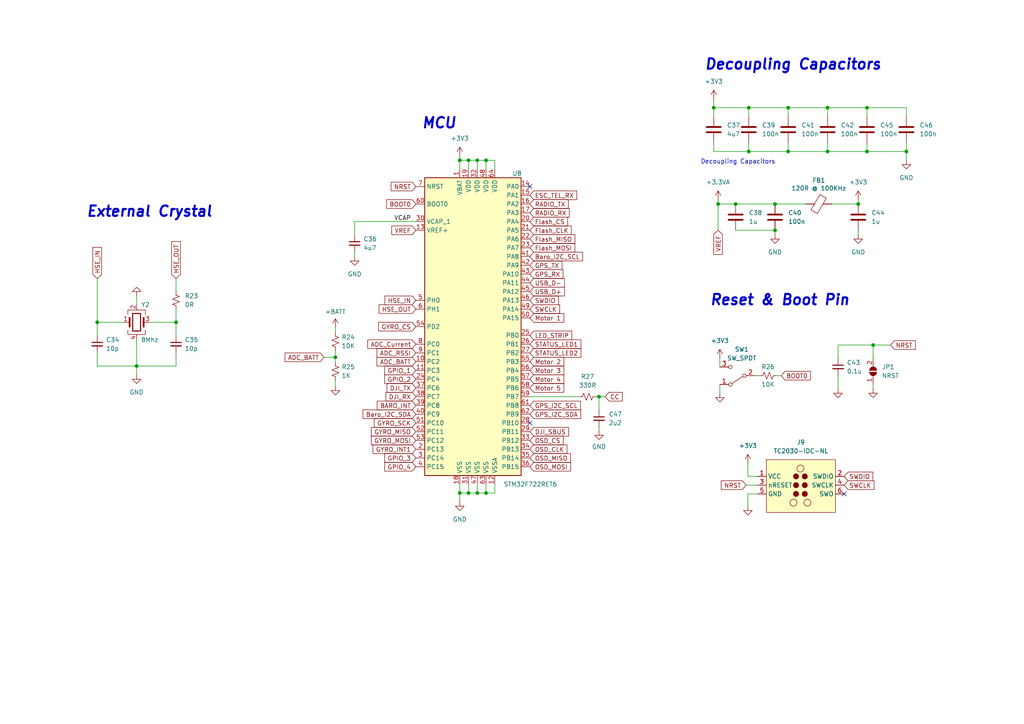
<source format=kicad_sch>
(kicad_sch (version 20211123) (generator eeschema)

  (uuid fd783783-7971-4b56-b577-bfff848926c8)

  (paper "A4")

  (lib_symbols
    (symbol "Connector:TC2030-IDC-NL" (in_bom yes) (on_board yes)
      (property "Reference" "J" (id 0) (at 9.144 -1.524 0)
        (effects (font (size 1.27 1.27)))
      )
      (property "Value" "TC2030-IDC-NL" (id 1) (at 2.54 -19.05 0)
        (effects (font (size 1.27 1.27)))
      )
      (property "Footprint" "" (id 2) (at 0 0 0)
        (effects (font (size 1.27 1.27)) hide)
      )
      (property "Datasheet" "" (id 3) (at 0 0 0)
        (effects (font (size 1.27 1.27)) hide)
      )
      (symbol "TC2030-IDC-NL_0_1"
        (rectangle (start -9.906 -2.54) (end 10.16 -17.78)
          (stroke (width 0) (type default) (color 0 0 0 0))
          (fill (type background))
        )
        (circle (center -2.032 -14.986) (radius 1.016)
          (stroke (width 0) (type default) (color 0 0 0 0))
          (fill (type none))
        )
        (circle (center -1.27 -12.446) (radius 0.762)
          (stroke (width 0) (type default) (color 0 0 0 0))
          (fill (type outline))
        )
        (circle (center -1.27 -9.906) (radius 0.762)
          (stroke (width 0) (type default) (color 0 0 0 0))
          (fill (type outline))
        )
        (circle (center -1.27 -7.366) (radius 0.762)
          (stroke (width 0) (type default) (color 0 0 0 0))
          (fill (type outline))
        )
        (circle (center 0 -5.08) (radius 1.016)
          (stroke (width 0) (type default) (color 0 0 0 0))
          (fill (type none))
        )
        (circle (center 1.27 -12.446) (radius 0.762)
          (stroke (width 0) (type default) (color 0 0 0 0))
          (fill (type outline))
        )
        (circle (center 1.27 -9.906) (radius 0.762)
          (stroke (width 0) (type default) (color 0 0 0 0))
          (fill (type outline))
        )
        (circle (center 1.27 -7.366) (radius 0.762)
          (stroke (width 0) (type default) (color 0 0 0 0))
          (fill (type outline))
        )
        (circle (center 2.032 -14.986) (radius 1.016)
          (stroke (width 0) (type default) (color 0 0 0 0))
          (fill (type none))
        )
      )
      (symbol "TC2030-IDC-NL_1_1"
        (pin input line (at -12.446 -7.366 0) (length 2.54)
          (name "VCC" (effects (font (size 1.27 1.27))))
          (number "1" (effects (font (size 1.27 1.27))))
        )
        (pin input line (at 12.7 -7.366 180) (length 2.54)
          (name "SWDIO" (effects (font (size 1.27 1.27))))
          (number "2" (effects (font (size 1.27 1.27))))
        )
        (pin input line (at -12.446 -9.906 0) (length 2.54)
          (name "nRESET" (effects (font (size 1.27 1.27))))
          (number "3" (effects (font (size 1.27 1.27))))
        )
        (pin input line (at 12.7 -9.906 180) (length 2.54)
          (name "SWCLK" (effects (font (size 1.27 1.27))))
          (number "4" (effects (font (size 1.27 1.27))))
        )
        (pin input line (at -12.446 -12.446 0) (length 2.54)
          (name "GND" (effects (font (size 1.27 1.27))))
          (number "5" (effects (font (size 1.27 1.27))))
        )
        (pin input line (at 12.7 -12.446 180) (length 2.54)
          (name "SWO" (effects (font (size 1.27 1.27))))
          (number "6" (effects (font (size 1.27 1.27))))
        )
      )
    )
    (symbol "Device:C" (pin_numbers hide) (pin_names (offset 0.254)) (in_bom yes) (on_board yes)
      (property "Reference" "C" (id 0) (at 0.635 2.54 0)
        (effects (font (size 1.27 1.27)) (justify left))
      )
      (property "Value" "C" (id 1) (at 0.635 -2.54 0)
        (effects (font (size 1.27 1.27)) (justify left))
      )
      (property "Footprint" "" (id 2) (at 0.9652 -3.81 0)
        (effects (font (size 1.27 1.27)) hide)
      )
      (property "Datasheet" "~" (id 3) (at 0 0 0)
        (effects (font (size 1.27 1.27)) hide)
      )
      (property "ki_keywords" "cap capacitor" (id 4) (at 0 0 0)
        (effects (font (size 1.27 1.27)) hide)
      )
      (property "ki_description" "Unpolarized capacitor" (id 5) (at 0 0 0)
        (effects (font (size 1.27 1.27)) hide)
      )
      (property "ki_fp_filters" "C_*" (id 6) (at 0 0 0)
        (effects (font (size 1.27 1.27)) hide)
      )
      (symbol "C_0_1"
        (polyline
          (pts
            (xy -2.032 -0.762)
            (xy 2.032 -0.762)
          )
          (stroke (width 0.508) (type default) (color 0 0 0 0))
          (fill (type none))
        )
        (polyline
          (pts
            (xy -2.032 0.762)
            (xy 2.032 0.762)
          )
          (stroke (width 0.508) (type default) (color 0 0 0 0))
          (fill (type none))
        )
      )
      (symbol "C_1_1"
        (pin passive line (at 0 3.81 270) (length 2.794)
          (name "~" (effects (font (size 1.27 1.27))))
          (number "1" (effects (font (size 1.27 1.27))))
        )
        (pin passive line (at 0 -3.81 90) (length 2.794)
          (name "~" (effects (font (size 1.27 1.27))))
          (number "2" (effects (font (size 1.27 1.27))))
        )
      )
    )
    (symbol "Device:C_Small" (pin_numbers hide) (pin_names (offset 0.254) hide) (in_bom yes) (on_board yes)
      (property "Reference" "C" (id 0) (at 0.254 1.778 0)
        (effects (font (size 1.27 1.27)) (justify left))
      )
      (property "Value" "C_Small" (id 1) (at 0.254 -2.032 0)
        (effects (font (size 1.27 1.27)) (justify left))
      )
      (property "Footprint" "" (id 2) (at 0 0 0)
        (effects (font (size 1.27 1.27)) hide)
      )
      (property "Datasheet" "~" (id 3) (at 0 0 0)
        (effects (font (size 1.27 1.27)) hide)
      )
      (property "ki_keywords" "capacitor cap" (id 4) (at 0 0 0)
        (effects (font (size 1.27 1.27)) hide)
      )
      (property "ki_description" "Unpolarized capacitor, small symbol" (id 5) (at 0 0 0)
        (effects (font (size 1.27 1.27)) hide)
      )
      (property "ki_fp_filters" "C_*" (id 6) (at 0 0 0)
        (effects (font (size 1.27 1.27)) hide)
      )
      (symbol "C_Small_0_1"
        (polyline
          (pts
            (xy -1.524 -0.508)
            (xy 1.524 -0.508)
          )
          (stroke (width 0.3302) (type default) (color 0 0 0 0))
          (fill (type none))
        )
        (polyline
          (pts
            (xy -1.524 0.508)
            (xy 1.524 0.508)
          )
          (stroke (width 0.3048) (type default) (color 0 0 0 0))
          (fill (type none))
        )
      )
      (symbol "C_Small_1_1"
        (pin passive line (at 0 2.54 270) (length 2.032)
          (name "~" (effects (font (size 1.27 1.27))))
          (number "1" (effects (font (size 1.27 1.27))))
        )
        (pin passive line (at 0 -2.54 90) (length 2.032)
          (name "~" (effects (font (size 1.27 1.27))))
          (number "2" (effects (font (size 1.27 1.27))))
        )
      )
    )
    (symbol "Device:Crystal_GND24" (pin_names (offset 1.016) hide) (in_bom yes) (on_board yes)
      (property "Reference" "Y" (id 0) (at 3.175 5.08 0)
        (effects (font (size 1.27 1.27)) (justify left))
      )
      (property "Value" "Crystal_GND24" (id 1) (at 3.175 3.175 0)
        (effects (font (size 1.27 1.27)) (justify left))
      )
      (property "Footprint" "" (id 2) (at 0 0 0)
        (effects (font (size 1.27 1.27)) hide)
      )
      (property "Datasheet" "~" (id 3) (at 0 0 0)
        (effects (font (size 1.27 1.27)) hide)
      )
      (property "ki_keywords" "quartz ceramic resonator oscillator" (id 4) (at 0 0 0)
        (effects (font (size 1.27 1.27)) hide)
      )
      (property "ki_description" "Four pin crystal, GND on pins 2 and 4" (id 5) (at 0 0 0)
        (effects (font (size 1.27 1.27)) hide)
      )
      (property "ki_fp_filters" "Crystal*" (id 6) (at 0 0 0)
        (effects (font (size 1.27 1.27)) hide)
      )
      (symbol "Crystal_GND24_0_1"
        (rectangle (start -1.143 2.54) (end 1.143 -2.54)
          (stroke (width 0.3048) (type default) (color 0 0 0 0))
          (fill (type none))
        )
        (polyline
          (pts
            (xy -2.54 0)
            (xy -2.032 0)
          )
          (stroke (width 0) (type default) (color 0 0 0 0))
          (fill (type none))
        )
        (polyline
          (pts
            (xy -2.032 -1.27)
            (xy -2.032 1.27)
          )
          (stroke (width 0.508) (type default) (color 0 0 0 0))
          (fill (type none))
        )
        (polyline
          (pts
            (xy 0 -3.81)
            (xy 0 -3.556)
          )
          (stroke (width 0) (type default) (color 0 0 0 0))
          (fill (type none))
        )
        (polyline
          (pts
            (xy 0 3.556)
            (xy 0 3.81)
          )
          (stroke (width 0) (type default) (color 0 0 0 0))
          (fill (type none))
        )
        (polyline
          (pts
            (xy 2.032 -1.27)
            (xy 2.032 1.27)
          )
          (stroke (width 0.508) (type default) (color 0 0 0 0))
          (fill (type none))
        )
        (polyline
          (pts
            (xy 2.032 0)
            (xy 2.54 0)
          )
          (stroke (width 0) (type default) (color 0 0 0 0))
          (fill (type none))
        )
        (polyline
          (pts
            (xy -2.54 -2.286)
            (xy -2.54 -3.556)
            (xy 2.54 -3.556)
            (xy 2.54 -2.286)
          )
          (stroke (width 0) (type default) (color 0 0 0 0))
          (fill (type none))
        )
        (polyline
          (pts
            (xy -2.54 2.286)
            (xy -2.54 3.556)
            (xy 2.54 3.556)
            (xy 2.54 2.286)
          )
          (stroke (width 0) (type default) (color 0 0 0 0))
          (fill (type none))
        )
      )
      (symbol "Crystal_GND24_1_1"
        (pin passive line (at -3.81 0 0) (length 1.27)
          (name "1" (effects (font (size 1.27 1.27))))
          (number "1" (effects (font (size 1.27 1.27))))
        )
        (pin passive line (at 0 5.08 270) (length 1.27)
          (name "2" (effects (font (size 1.27 1.27))))
          (number "2" (effects (font (size 1.27 1.27))))
        )
        (pin passive line (at 3.81 0 180) (length 1.27)
          (name "3" (effects (font (size 1.27 1.27))))
          (number "3" (effects (font (size 1.27 1.27))))
        )
        (pin passive line (at 0 -5.08 90) (length 1.27)
          (name "4" (effects (font (size 1.27 1.27))))
          (number "4" (effects (font (size 1.27 1.27))))
        )
      )
    )
    (symbol "Device:FerriteBead" (pin_numbers hide) (pin_names (offset 0)) (in_bom yes) (on_board yes)
      (property "Reference" "FB" (id 0) (at -3.81 0.635 90)
        (effects (font (size 1.27 1.27)))
      )
      (property "Value" "FerriteBead" (id 1) (at 3.81 0 90)
        (effects (font (size 1.27 1.27)))
      )
      (property "Footprint" "" (id 2) (at -1.778 0 90)
        (effects (font (size 1.27 1.27)) hide)
      )
      (property "Datasheet" "~" (id 3) (at 0 0 0)
        (effects (font (size 1.27 1.27)) hide)
      )
      (property "ki_keywords" "L ferrite bead inductor filter" (id 4) (at 0 0 0)
        (effects (font (size 1.27 1.27)) hide)
      )
      (property "ki_description" "Ferrite bead" (id 5) (at 0 0 0)
        (effects (font (size 1.27 1.27)) hide)
      )
      (property "ki_fp_filters" "Inductor_* L_* *Ferrite*" (id 6) (at 0 0 0)
        (effects (font (size 1.27 1.27)) hide)
      )
      (symbol "FerriteBead_0_1"
        (polyline
          (pts
            (xy 0 -1.27)
            (xy 0 -1.2192)
          )
          (stroke (width 0) (type default) (color 0 0 0 0))
          (fill (type none))
        )
        (polyline
          (pts
            (xy 0 1.27)
            (xy 0 1.2954)
          )
          (stroke (width 0) (type default) (color 0 0 0 0))
          (fill (type none))
        )
        (polyline
          (pts
            (xy -2.7686 0.4064)
            (xy -1.7018 2.2606)
            (xy 2.7686 -0.3048)
            (xy 1.6764 -2.159)
            (xy -2.7686 0.4064)
          )
          (stroke (width 0) (type default) (color 0 0 0 0))
          (fill (type none))
        )
      )
      (symbol "FerriteBead_1_1"
        (pin passive line (at 0 3.81 270) (length 2.54)
          (name "~" (effects (font (size 1.27 1.27))))
          (number "1" (effects (font (size 1.27 1.27))))
        )
        (pin passive line (at 0 -3.81 90) (length 2.54)
          (name "~" (effects (font (size 1.27 1.27))))
          (number "2" (effects (font (size 1.27 1.27))))
        )
      )
    )
    (symbol "Device:R_Small_US" (pin_numbers hide) (pin_names (offset 0.254) hide) (in_bom yes) (on_board yes)
      (property "Reference" "R" (id 0) (at 0.762 0.508 0)
        (effects (font (size 1.27 1.27)) (justify left))
      )
      (property "Value" "R_Small_US" (id 1) (at 0.762 -1.016 0)
        (effects (font (size 1.27 1.27)) (justify left))
      )
      (property "Footprint" "" (id 2) (at 0 0 0)
        (effects (font (size 1.27 1.27)) hide)
      )
      (property "Datasheet" "~" (id 3) (at 0 0 0)
        (effects (font (size 1.27 1.27)) hide)
      )
      (property "ki_keywords" "r resistor" (id 4) (at 0 0 0)
        (effects (font (size 1.27 1.27)) hide)
      )
      (property "ki_description" "Resistor, small US symbol" (id 5) (at 0 0 0)
        (effects (font (size 1.27 1.27)) hide)
      )
      (property "ki_fp_filters" "R_*" (id 6) (at 0 0 0)
        (effects (font (size 1.27 1.27)) hide)
      )
      (symbol "R_Small_US_1_1"
        (polyline
          (pts
            (xy 0 0)
            (xy 1.016 -0.381)
            (xy 0 -0.762)
            (xy -1.016 -1.143)
            (xy 0 -1.524)
          )
          (stroke (width 0) (type default) (color 0 0 0 0))
          (fill (type none))
        )
        (polyline
          (pts
            (xy 0 1.524)
            (xy 1.016 1.143)
            (xy 0 0.762)
            (xy -1.016 0.381)
            (xy 0 0)
          )
          (stroke (width 0) (type default) (color 0 0 0 0))
          (fill (type none))
        )
        (pin passive line (at 0 2.54 270) (length 1.016)
          (name "~" (effects (font (size 1.27 1.27))))
          (number "1" (effects (font (size 1.27 1.27))))
        )
        (pin passive line (at 0 -2.54 90) (length 1.016)
          (name "~" (effects (font (size 1.27 1.27))))
          (number "2" (effects (font (size 1.27 1.27))))
        )
      )
    )
    (symbol "Jumper:SolderJumper_2_Open" (pin_names (offset 0) hide) (in_bom yes) (on_board yes)
      (property "Reference" "JP" (id 0) (at 0 2.032 0)
        (effects (font (size 1.27 1.27)))
      )
      (property "Value" "SolderJumper_2_Open" (id 1) (at 0 -2.54 0)
        (effects (font (size 1.27 1.27)))
      )
      (property "Footprint" "" (id 2) (at 0 0 0)
        (effects (font (size 1.27 1.27)) hide)
      )
      (property "Datasheet" "~" (id 3) (at 0 0 0)
        (effects (font (size 1.27 1.27)) hide)
      )
      (property "ki_keywords" "solder jumper SPST" (id 4) (at 0 0 0)
        (effects (font (size 1.27 1.27)) hide)
      )
      (property "ki_description" "Solder Jumper, 2-pole, open" (id 5) (at 0 0 0)
        (effects (font (size 1.27 1.27)) hide)
      )
      (property "ki_fp_filters" "SolderJumper*Open*" (id 6) (at 0 0 0)
        (effects (font (size 1.27 1.27)) hide)
      )
      (symbol "SolderJumper_2_Open_0_1"
        (arc (start -0.254 1.016) (mid -1.27 0) (end -0.254 -1.016)
          (stroke (width 0) (type default) (color 0 0 0 0))
          (fill (type none))
        )
        (arc (start -0.254 1.016) (mid -1.27 0) (end -0.254 -1.016)
          (stroke (width 0) (type default) (color 0 0 0 0))
          (fill (type outline))
        )
        (polyline
          (pts
            (xy -0.254 1.016)
            (xy -0.254 -1.016)
          )
          (stroke (width 0) (type default) (color 0 0 0 0))
          (fill (type none))
        )
        (polyline
          (pts
            (xy 0.254 1.016)
            (xy 0.254 -1.016)
          )
          (stroke (width 0) (type default) (color 0 0 0 0))
          (fill (type none))
        )
        (arc (start 0.254 -1.016) (mid 1.27 0) (end 0.254 1.016)
          (stroke (width 0) (type default) (color 0 0 0 0))
          (fill (type none))
        )
        (arc (start 0.254 -1.016) (mid 1.27 0) (end 0.254 1.016)
          (stroke (width 0) (type default) (color 0 0 0 0))
          (fill (type outline))
        )
      )
      (symbol "SolderJumper_2_Open_1_1"
        (pin passive line (at -3.81 0 0) (length 2.54)
          (name "A" (effects (font (size 1.27 1.27))))
          (number "1" (effects (font (size 1.27 1.27))))
        )
        (pin passive line (at 3.81 0 180) (length 2.54)
          (name "B" (effects (font (size 1.27 1.27))))
          (number "2" (effects (font (size 1.27 1.27))))
        )
      )
    )
    (symbol "MCU_ST_STM32F7:STM32F722RETx" (in_bom yes) (on_board yes)
      (property "Reference" "U" (id 0) (at -15.24 44.45 0)
        (effects (font (size 1.27 1.27)) (justify left))
      )
      (property "Value" "STM32F722RETx" (id 1) (at 7.62 44.45 0)
        (effects (font (size 1.27 1.27)) (justify left))
      )
      (property "Footprint" "Package_QFP:LQFP-64_10x10mm_P0.5mm" (id 2) (at -15.24 -43.18 0)
        (effects (font (size 1.27 1.27)) (justify right) hide)
      )
      (property "Datasheet" "http://www.st.com/st-web-ui/static/active/en/resource/technical/document/datasheet/DM00330506.pdf" (id 3) (at 0 0 0)
        (effects (font (size 1.27 1.27)) hide)
      )
      (property "ki_keywords" "ARM Cortex-M7 STM32F7 STM32F7x2" (id 4) (at 0 0 0)
        (effects (font (size 1.27 1.27)) hide)
      )
      (property "ki_description" "ARM Cortex-M7 MCU, 512KB flash, 192KB RAM, 216MHz, 1.7-3.6V, 50 GPIO, LQFP-64" (id 5) (at 0 0 0)
        (effects (font (size 1.27 1.27)) hide)
      )
      (property "ki_fp_filters" "LQFP*10x10mm*P0.5mm*" (id 6) (at 0 0 0)
        (effects (font (size 1.27 1.27)) hide)
      )
      (symbol "STM32F722RETx_0_1"
        (rectangle (start -15.24 -43.18) (end 12.7 43.18)
          (stroke (width 0.254) (type default) (color 0 0 0 0))
          (fill (type background))
        )
      )
      (symbol "STM32F722RETx_1_1"
        (pin power_in line (at -5.08 45.72 270) (length 2.54)
          (name "VBAT" (effects (font (size 1.27 1.27))))
          (number "1" (effects (font (size 1.27 1.27))))
        )
        (pin bidirectional line (at -17.78 -10.16 0) (length 2.54)
          (name "PC2" (effects (font (size 1.27 1.27))))
          (number "10" (effects (font (size 1.27 1.27))))
        )
        (pin bidirectional line (at -17.78 -12.7 0) (length 2.54)
          (name "PC3" (effects (font (size 1.27 1.27))))
          (number "11" (effects (font (size 1.27 1.27))))
        )
        (pin power_in line (at 5.08 -45.72 90) (length 2.54)
          (name "VSSA" (effects (font (size 1.27 1.27))))
          (number "12" (effects (font (size 1.27 1.27))))
        )
        (pin power_in line (at -17.78 27.94 0) (length 2.54)
          (name "VREF+" (effects (font (size 1.27 1.27))))
          (number "13" (effects (font (size 1.27 1.27))))
        )
        (pin bidirectional line (at 15.24 40.64 180) (length 2.54)
          (name "PA0" (effects (font (size 1.27 1.27))))
          (number "14" (effects (font (size 1.27 1.27))))
        )
        (pin bidirectional line (at 15.24 38.1 180) (length 2.54)
          (name "PA1" (effects (font (size 1.27 1.27))))
          (number "15" (effects (font (size 1.27 1.27))))
        )
        (pin bidirectional line (at 15.24 35.56 180) (length 2.54)
          (name "PA2" (effects (font (size 1.27 1.27))))
          (number "16" (effects (font (size 1.27 1.27))))
        )
        (pin bidirectional line (at 15.24 33.02 180) (length 2.54)
          (name "PA3" (effects (font (size 1.27 1.27))))
          (number "17" (effects (font (size 1.27 1.27))))
        )
        (pin power_in line (at -5.08 -45.72 90) (length 2.54)
          (name "VSS" (effects (font (size 1.27 1.27))))
          (number "18" (effects (font (size 1.27 1.27))))
        )
        (pin power_in line (at -2.54 45.72 270) (length 2.54)
          (name "VDD" (effects (font (size 1.27 1.27))))
          (number "19" (effects (font (size 1.27 1.27))))
        )
        (pin bidirectional line (at -17.78 -35.56 0) (length 2.54)
          (name "PC13" (effects (font (size 1.27 1.27))))
          (number "2" (effects (font (size 1.27 1.27))))
        )
        (pin bidirectional line (at 15.24 30.48 180) (length 2.54)
          (name "PA4" (effects (font (size 1.27 1.27))))
          (number "20" (effects (font (size 1.27 1.27))))
        )
        (pin bidirectional line (at 15.24 27.94 180) (length 2.54)
          (name "PA5" (effects (font (size 1.27 1.27))))
          (number "21" (effects (font (size 1.27 1.27))))
        )
        (pin bidirectional line (at 15.24 25.4 180) (length 2.54)
          (name "PA6" (effects (font (size 1.27 1.27))))
          (number "22" (effects (font (size 1.27 1.27))))
        )
        (pin bidirectional line (at 15.24 22.86 180) (length 2.54)
          (name "PA7" (effects (font (size 1.27 1.27))))
          (number "23" (effects (font (size 1.27 1.27))))
        )
        (pin bidirectional line (at -17.78 -15.24 0) (length 2.54)
          (name "PC4" (effects (font (size 1.27 1.27))))
          (number "24" (effects (font (size 1.27 1.27))))
        )
        (pin bidirectional line (at 15.24 -2.54 180) (length 2.54)
          (name "PB0" (effects (font (size 1.27 1.27))))
          (number "25" (effects (font (size 1.27 1.27))))
        )
        (pin bidirectional line (at 15.24 -5.08 180) (length 2.54)
          (name "PB1" (effects (font (size 1.27 1.27))))
          (number "26" (effects (font (size 1.27 1.27))))
        )
        (pin bidirectional line (at 15.24 -7.62 180) (length 2.54)
          (name "PB2" (effects (font (size 1.27 1.27))))
          (number "27" (effects (font (size 1.27 1.27))))
        )
        (pin bidirectional line (at 15.24 -27.94 180) (length 2.54)
          (name "PB10" (effects (font (size 1.27 1.27))))
          (number "28" (effects (font (size 1.27 1.27))))
        )
        (pin bidirectional line (at 15.24 -30.48 180) (length 2.54)
          (name "PB11" (effects (font (size 1.27 1.27))))
          (number "29" (effects (font (size 1.27 1.27))))
        )
        (pin bidirectional line (at -17.78 -38.1 0) (length 2.54)
          (name "PC14" (effects (font (size 1.27 1.27))))
          (number "3" (effects (font (size 1.27 1.27))))
        )
        (pin power_in line (at -17.78 30.48 0) (length 2.54)
          (name "VCAP_1" (effects (font (size 1.27 1.27))))
          (number "30" (effects (font (size 1.27 1.27))))
        )
        (pin power_in line (at -2.54 -45.72 90) (length 2.54)
          (name "VSS" (effects (font (size 1.27 1.27))))
          (number "31" (effects (font (size 1.27 1.27))))
        )
        (pin power_in line (at 0 45.72 270) (length 2.54)
          (name "VDD" (effects (font (size 1.27 1.27))))
          (number "32" (effects (font (size 1.27 1.27))))
        )
        (pin bidirectional line (at 15.24 -33.02 180) (length 2.54)
          (name "PB12" (effects (font (size 1.27 1.27))))
          (number "33" (effects (font (size 1.27 1.27))))
        )
        (pin bidirectional line (at 15.24 -35.56 180) (length 2.54)
          (name "PB13" (effects (font (size 1.27 1.27))))
          (number "34" (effects (font (size 1.27 1.27))))
        )
        (pin bidirectional line (at 15.24 -38.1 180) (length 2.54)
          (name "PB14" (effects (font (size 1.27 1.27))))
          (number "35" (effects (font (size 1.27 1.27))))
        )
        (pin bidirectional line (at 15.24 -40.64 180) (length 2.54)
          (name "PB15" (effects (font (size 1.27 1.27))))
          (number "36" (effects (font (size 1.27 1.27))))
        )
        (pin bidirectional line (at -17.78 -17.78 0) (length 2.54)
          (name "PC6" (effects (font (size 1.27 1.27))))
          (number "37" (effects (font (size 1.27 1.27))))
        )
        (pin bidirectional line (at -17.78 -20.32 0) (length 2.54)
          (name "PC7" (effects (font (size 1.27 1.27))))
          (number "38" (effects (font (size 1.27 1.27))))
        )
        (pin bidirectional line (at -17.78 -22.86 0) (length 2.54)
          (name "PC8" (effects (font (size 1.27 1.27))))
          (number "39" (effects (font (size 1.27 1.27))))
        )
        (pin bidirectional line (at -17.78 -40.64 0) (length 2.54)
          (name "PC15" (effects (font (size 1.27 1.27))))
          (number "4" (effects (font (size 1.27 1.27))))
        )
        (pin bidirectional line (at -17.78 -25.4 0) (length 2.54)
          (name "PC9" (effects (font (size 1.27 1.27))))
          (number "40" (effects (font (size 1.27 1.27))))
        )
        (pin bidirectional line (at 15.24 20.32 180) (length 2.54)
          (name "PA8" (effects (font (size 1.27 1.27))))
          (number "41" (effects (font (size 1.27 1.27))))
        )
        (pin bidirectional line (at 15.24 17.78 180) (length 2.54)
          (name "PA9" (effects (font (size 1.27 1.27))))
          (number "42" (effects (font (size 1.27 1.27))))
        )
        (pin bidirectional line (at 15.24 15.24 180) (length 2.54)
          (name "PA10" (effects (font (size 1.27 1.27))))
          (number "43" (effects (font (size 1.27 1.27))))
        )
        (pin bidirectional line (at 15.24 12.7 180) (length 2.54)
          (name "PA11" (effects (font (size 1.27 1.27))))
          (number "44" (effects (font (size 1.27 1.27))))
        )
        (pin bidirectional line (at 15.24 10.16 180) (length 2.54)
          (name "PA12" (effects (font (size 1.27 1.27))))
          (number "45" (effects (font (size 1.27 1.27))))
        )
        (pin bidirectional line (at 15.24 7.62 180) (length 2.54)
          (name "PA13" (effects (font (size 1.27 1.27))))
          (number "46" (effects (font (size 1.27 1.27))))
        )
        (pin power_in line (at 0 -45.72 90) (length 2.54)
          (name "VSS" (effects (font (size 1.27 1.27))))
          (number "47" (effects (font (size 1.27 1.27))))
        )
        (pin power_in line (at 2.54 45.72 270) (length 2.54)
          (name "VDD" (effects (font (size 1.27 1.27))))
          (number "48" (effects (font (size 1.27 1.27))))
        )
        (pin bidirectional line (at 15.24 5.08 180) (length 2.54)
          (name "PA14" (effects (font (size 1.27 1.27))))
          (number "49" (effects (font (size 1.27 1.27))))
        )
        (pin input line (at -17.78 7.62 0) (length 2.54)
          (name "PH0" (effects (font (size 1.27 1.27))))
          (number "5" (effects (font (size 1.27 1.27))))
        )
        (pin bidirectional line (at 15.24 2.54 180) (length 2.54)
          (name "PA15" (effects (font (size 1.27 1.27))))
          (number "50" (effects (font (size 1.27 1.27))))
        )
        (pin bidirectional line (at -17.78 -27.94 0) (length 2.54)
          (name "PC10" (effects (font (size 1.27 1.27))))
          (number "51" (effects (font (size 1.27 1.27))))
        )
        (pin bidirectional line (at -17.78 -30.48 0) (length 2.54)
          (name "PC11" (effects (font (size 1.27 1.27))))
          (number "52" (effects (font (size 1.27 1.27))))
        )
        (pin bidirectional line (at -17.78 -33.02 0) (length 2.54)
          (name "PC12" (effects (font (size 1.27 1.27))))
          (number "53" (effects (font (size 1.27 1.27))))
        )
        (pin bidirectional line (at -17.78 0 0) (length 2.54)
          (name "PD2" (effects (font (size 1.27 1.27))))
          (number "54" (effects (font (size 1.27 1.27))))
        )
        (pin bidirectional line (at 15.24 -10.16 180) (length 2.54)
          (name "PB3" (effects (font (size 1.27 1.27))))
          (number "55" (effects (font (size 1.27 1.27))))
        )
        (pin bidirectional line (at 15.24 -12.7 180) (length 2.54)
          (name "PB4" (effects (font (size 1.27 1.27))))
          (number "56" (effects (font (size 1.27 1.27))))
        )
        (pin bidirectional line (at 15.24 -15.24 180) (length 2.54)
          (name "PB5" (effects (font (size 1.27 1.27))))
          (number "57" (effects (font (size 1.27 1.27))))
        )
        (pin bidirectional line (at 15.24 -17.78 180) (length 2.54)
          (name "PB6" (effects (font (size 1.27 1.27))))
          (number "58" (effects (font (size 1.27 1.27))))
        )
        (pin bidirectional line (at 15.24 -20.32 180) (length 2.54)
          (name "PB7" (effects (font (size 1.27 1.27))))
          (number "59" (effects (font (size 1.27 1.27))))
        )
        (pin input line (at -17.78 5.08 0) (length 2.54)
          (name "PH1" (effects (font (size 1.27 1.27))))
          (number "6" (effects (font (size 1.27 1.27))))
        )
        (pin input line (at -17.78 35.56 0) (length 2.54)
          (name "BOOT0" (effects (font (size 1.27 1.27))))
          (number "60" (effects (font (size 1.27 1.27))))
        )
        (pin bidirectional line (at 15.24 -22.86 180) (length 2.54)
          (name "PB8" (effects (font (size 1.27 1.27))))
          (number "61" (effects (font (size 1.27 1.27))))
        )
        (pin bidirectional line (at 15.24 -25.4 180) (length 2.54)
          (name "PB9" (effects (font (size 1.27 1.27))))
          (number "62" (effects (font (size 1.27 1.27))))
        )
        (pin power_in line (at 2.54 -45.72 90) (length 2.54)
          (name "VSS" (effects (font (size 1.27 1.27))))
          (number "63" (effects (font (size 1.27 1.27))))
        )
        (pin power_in line (at 5.08 45.72 270) (length 2.54)
          (name "VDD" (effects (font (size 1.27 1.27))))
          (number "64" (effects (font (size 1.27 1.27))))
        )
        (pin input line (at -17.78 40.64 0) (length 2.54)
          (name "NRST" (effects (font (size 1.27 1.27))))
          (number "7" (effects (font (size 1.27 1.27))))
        )
        (pin bidirectional line (at -17.78 -5.08 0) (length 2.54)
          (name "PC0" (effects (font (size 1.27 1.27))))
          (number "8" (effects (font (size 1.27 1.27))))
        )
        (pin bidirectional line (at -17.78 -7.62 0) (length 2.54)
          (name "PC1" (effects (font (size 1.27 1.27))))
          (number "9" (effects (font (size 1.27 1.27))))
        )
      )
    )
    (symbol "Switch:SW_SPDT" (pin_names (offset 0) hide) (in_bom yes) (on_board yes)
      (property "Reference" "SW" (id 0) (at 0 4.318 0)
        (effects (font (size 1.27 1.27)))
      )
      (property "Value" "SW_SPDT" (id 1) (at 0 -5.08 0)
        (effects (font (size 1.27 1.27)))
      )
      (property "Footprint" "" (id 2) (at 0 0 0)
        (effects (font (size 1.27 1.27)) hide)
      )
      (property "Datasheet" "~" (id 3) (at 0 0 0)
        (effects (font (size 1.27 1.27)) hide)
      )
      (property "ki_keywords" "switch single-pole double-throw spdt ON-ON" (id 4) (at 0 0 0)
        (effects (font (size 1.27 1.27)) hide)
      )
      (property "ki_description" "Switch, single pole double throw" (id 5) (at 0 0 0)
        (effects (font (size 1.27 1.27)) hide)
      )
      (symbol "SW_SPDT_0_0"
        (circle (center -2.032 0) (radius 0.508)
          (stroke (width 0) (type default) (color 0 0 0 0))
          (fill (type none))
        )
        (circle (center 2.032 -2.54) (radius 0.508)
          (stroke (width 0) (type default) (color 0 0 0 0))
          (fill (type none))
        )
      )
      (symbol "SW_SPDT_0_1"
        (polyline
          (pts
            (xy -1.524 0.254)
            (xy 1.651 2.286)
          )
          (stroke (width 0) (type default) (color 0 0 0 0))
          (fill (type none))
        )
        (circle (center 2.032 2.54) (radius 0.508)
          (stroke (width 0) (type default) (color 0 0 0 0))
          (fill (type none))
        )
      )
      (symbol "SW_SPDT_1_1"
        (pin passive line (at 5.08 2.54 180) (length 2.54)
          (name "A" (effects (font (size 1.27 1.27))))
          (number "1" (effects (font (size 1.27 1.27))))
        )
        (pin passive line (at -5.08 0 0) (length 2.54)
          (name "B" (effects (font (size 1.27 1.27))))
          (number "2" (effects (font (size 1.27 1.27))))
        )
        (pin passive line (at 5.08 -2.54 180) (length 2.54)
          (name "C" (effects (font (size 1.27 1.27))))
          (number "3" (effects (font (size 1.27 1.27))))
        )
      )
    )
    (symbol "power:+3.3V" (power) (pin_names (offset 0)) (in_bom yes) (on_board yes)
      (property "Reference" "#PWR" (id 0) (at 0 -3.81 0)
        (effects (font (size 1.27 1.27)) hide)
      )
      (property "Value" "+3.3V" (id 1) (at 0 3.556 0)
        (effects (font (size 1.27 1.27)))
      )
      (property "Footprint" "" (id 2) (at 0 0 0)
        (effects (font (size 1.27 1.27)) hide)
      )
      (property "Datasheet" "" (id 3) (at 0 0 0)
        (effects (font (size 1.27 1.27)) hide)
      )
      (property "ki_keywords" "power-flag" (id 4) (at 0 0 0)
        (effects (font (size 1.27 1.27)) hide)
      )
      (property "ki_description" "Power symbol creates a global label with name \"+3.3V\"" (id 5) (at 0 0 0)
        (effects (font (size 1.27 1.27)) hide)
      )
      (symbol "+3.3V_0_1"
        (polyline
          (pts
            (xy -0.762 1.27)
            (xy 0 2.54)
          )
          (stroke (width 0) (type default) (color 0 0 0 0))
          (fill (type none))
        )
        (polyline
          (pts
            (xy 0 0)
            (xy 0 2.54)
          )
          (stroke (width 0) (type default) (color 0 0 0 0))
          (fill (type none))
        )
        (polyline
          (pts
            (xy 0 2.54)
            (xy 0.762 1.27)
          )
          (stroke (width 0) (type default) (color 0 0 0 0))
          (fill (type none))
        )
      )
      (symbol "+3.3V_1_1"
        (pin power_in line (at 0 0 90) (length 0) hide
          (name "+3V3" (effects (font (size 1.27 1.27))))
          (number "1" (effects (font (size 1.27 1.27))))
        )
      )
    )
    (symbol "power:+3.3VA" (power) (pin_names (offset 0)) (in_bom yes) (on_board yes)
      (property "Reference" "#PWR" (id 0) (at 0 -3.81 0)
        (effects (font (size 1.27 1.27)) hide)
      )
      (property "Value" "+3.3VA" (id 1) (at 0 3.556 0)
        (effects (font (size 1.27 1.27)))
      )
      (property "Footprint" "" (id 2) (at 0 0 0)
        (effects (font (size 1.27 1.27)) hide)
      )
      (property "Datasheet" "" (id 3) (at 0 0 0)
        (effects (font (size 1.27 1.27)) hide)
      )
      (property "ki_keywords" "power-flag" (id 4) (at 0 0 0)
        (effects (font (size 1.27 1.27)) hide)
      )
      (property "ki_description" "Power symbol creates a global label with name \"+3.3VA\"" (id 5) (at 0 0 0)
        (effects (font (size 1.27 1.27)) hide)
      )
      (symbol "+3.3VA_0_1"
        (polyline
          (pts
            (xy -0.762 1.27)
            (xy 0 2.54)
          )
          (stroke (width 0) (type default) (color 0 0 0 0))
          (fill (type none))
        )
        (polyline
          (pts
            (xy 0 0)
            (xy 0 2.54)
          )
          (stroke (width 0) (type default) (color 0 0 0 0))
          (fill (type none))
        )
        (polyline
          (pts
            (xy 0 2.54)
            (xy 0.762 1.27)
          )
          (stroke (width 0) (type default) (color 0 0 0 0))
          (fill (type none))
        )
      )
      (symbol "+3.3VA_1_1"
        (pin power_in line (at 0 0 90) (length 0) hide
          (name "+3.3VA" (effects (font (size 1.27 1.27))))
          (number "1" (effects (font (size 1.27 1.27))))
        )
      )
    )
    (symbol "power:+BATT" (power) (pin_names (offset 0)) (in_bom yes) (on_board yes)
      (property "Reference" "#PWR" (id 0) (at 0 -3.81 0)
        (effects (font (size 1.27 1.27)) hide)
      )
      (property "Value" "+BATT" (id 1) (at 0 3.556 0)
        (effects (font (size 1.27 1.27)))
      )
      (property "Footprint" "" (id 2) (at 0 0 0)
        (effects (font (size 1.27 1.27)) hide)
      )
      (property "Datasheet" "" (id 3) (at 0 0 0)
        (effects (font (size 1.27 1.27)) hide)
      )
      (property "ki_keywords" "power-flag battery" (id 4) (at 0 0 0)
        (effects (font (size 1.27 1.27)) hide)
      )
      (property "ki_description" "Power symbol creates a global label with name \"+BATT\"" (id 5) (at 0 0 0)
        (effects (font (size 1.27 1.27)) hide)
      )
      (symbol "+BATT_0_1"
        (polyline
          (pts
            (xy -0.762 1.27)
            (xy 0 2.54)
          )
          (stroke (width 0) (type default) (color 0 0 0 0))
          (fill (type none))
        )
        (polyline
          (pts
            (xy 0 0)
            (xy 0 2.54)
          )
          (stroke (width 0) (type default) (color 0 0 0 0))
          (fill (type none))
        )
        (polyline
          (pts
            (xy 0 2.54)
            (xy 0.762 1.27)
          )
          (stroke (width 0) (type default) (color 0 0 0 0))
          (fill (type none))
        )
      )
      (symbol "+BATT_1_1"
        (pin power_in line (at 0 0 90) (length 0) hide
          (name "+BATT" (effects (font (size 1.27 1.27))))
          (number "1" (effects (font (size 1.27 1.27))))
        )
      )
    )
    (symbol "power:GND" (power) (pin_names (offset 0)) (in_bom yes) (on_board yes)
      (property "Reference" "#PWR" (id 0) (at 0 -6.35 0)
        (effects (font (size 1.27 1.27)) hide)
      )
      (property "Value" "GND" (id 1) (at 0 -3.81 0)
        (effects (font (size 1.27 1.27)))
      )
      (property "Footprint" "" (id 2) (at 0 0 0)
        (effects (font (size 1.27 1.27)) hide)
      )
      (property "Datasheet" "" (id 3) (at 0 0 0)
        (effects (font (size 1.27 1.27)) hide)
      )
      (property "ki_keywords" "power-flag" (id 4) (at 0 0 0)
        (effects (font (size 1.27 1.27)) hide)
      )
      (property "ki_description" "Power symbol creates a global label with name \"GND\" , ground" (id 5) (at 0 0 0)
        (effects (font (size 1.27 1.27)) hide)
      )
      (symbol "GND_0_1"
        (polyline
          (pts
            (xy 0 0)
            (xy 0 -1.27)
            (xy 1.27 -1.27)
            (xy 0 -2.54)
            (xy -1.27 -1.27)
            (xy 0 -1.27)
          )
          (stroke (width 0) (type default) (color 0 0 0 0))
          (fill (type none))
        )
      )
      (symbol "GND_1_1"
        (pin power_in line (at 0 0 270) (length 0) hide
          (name "GND" (effects (font (size 1.27 1.27))))
          (number "1" (effects (font (size 1.27 1.27))))
        )
      )
    )
  )

  (junction (at 138.43 143.002) (diameter 0) (color 0 0 0 0)
    (uuid 067536f0-a65b-49d4-a01f-c90c2a820f77)
  )
  (junction (at 133.35 46.482) (diameter 0) (color 0 0 0 0)
    (uuid 0e876af7-3eec-425e-913f-da64e7888c2e)
  )
  (junction (at 251.46 31.242) (diameter 0) (color 0 0 0 0)
    (uuid 1273ee2e-4520-417b-9047-706dcc6d86cb)
  )
  (junction (at 253.238 100.076) (diameter 0) (color 0 0 0 0)
    (uuid 1589b876-0f20-4370-b24e-ae36aa2ea4a9)
  )
  (junction (at 135.89 143.002) (diameter 0) (color 0 0 0 0)
    (uuid 293d2cc5-8ab7-4ea0-973e-ae695a709dca)
  )
  (junction (at 240.03 43.942) (diameter 0) (color 0 0 0 0)
    (uuid 2b5f55f5-bc0b-4856-a0b6-aaa5f24ceb44)
  )
  (junction (at 39.624 106.172) (diameter 0) (color 0 0 0 0)
    (uuid 3265a894-ac10-47f8-8c92-64e305646776)
  )
  (junction (at 248.92 59.182) (diameter 0) (color 0 0 0 0)
    (uuid 3812db7d-9918-4723-ba7a-1addd80e3911)
  )
  (junction (at 140.97 46.482) (diameter 0) (color 0 0 0 0)
    (uuid 4a0b7135-9115-4108-b107-fb48947f7cf0)
  )
  (junction (at 228.6 43.942) (diameter 0) (color 0 0 0 0)
    (uuid 4bdbe8a4-5b6e-4134-8a3d-bd8090f8bc38)
  )
  (junction (at 28.194 93.472) (diameter 0) (color 0 0 0 0)
    (uuid 500f88a1-b580-4031-bea2-920fca507813)
  )
  (junction (at 240.03 31.242) (diameter 0) (color 0 0 0 0)
    (uuid 514924ca-8d87-4384-8971-7ddff36481ea)
  )
  (junction (at 224.79 66.802) (diameter 0) (color 0 0 0 0)
    (uuid 56fe6238-539c-48ee-8a08-18deb5da3da0)
  )
  (junction (at 138.43 46.482) (diameter 0) (color 0 0 0 0)
    (uuid 6564800d-9dea-4777-82f3-5251944a6f28)
  )
  (junction (at 207.01 31.242) (diameter 0) (color 0 0 0 0)
    (uuid 6adad112-6cef-4fde-8e63-1c35b108aec2)
  )
  (junction (at 208.28 59.182) (diameter 0) (color 0 0 0 0)
    (uuid 6d5c63d8-bcb7-4b38-a00d-c6c48fa4b1a8)
  )
  (junction (at 97.282 103.632) (diameter 0) (color 0 0 0 0)
    (uuid 7bda2d61-a55b-4025-9f4f-b584ab7fad68)
  )
  (junction (at 228.6 31.242) (diameter 0) (color 0 0 0 0)
    (uuid 845e08d0-0d20-4e96-8a90-90cc689d4688)
  )
  (junction (at 140.97 143.002) (diameter 0) (color 0 0 0 0)
    (uuid 88973360-6c54-458b-af38-212c2d56a9ef)
  )
  (junction (at 133.35 143.002) (diameter 0) (color 0 0 0 0)
    (uuid 9479291c-9984-4a85-9ad3-7fbace2b9de8)
  )
  (junction (at 213.36 59.182) (diameter 0) (color 0 0 0 0)
    (uuid 98349d6f-b9ab-4715-9df2-f25e2f75e117)
  )
  (junction (at 217.17 43.942) (diameter 0) (color 0 0 0 0)
    (uuid 9d70d401-de1e-4aaa-b6dd-55e1aa68b559)
  )
  (junction (at 51.054 93.472) (diameter 0) (color 0 0 0 0)
    (uuid a674ff9c-545f-42ef-be64-453a34f51cf9)
  )
  (junction (at 173.736 115.062) (diameter 0) (color 0 0 0 0)
    (uuid af37ac32-c3de-4547-970f-7118223da909)
  )
  (junction (at 135.89 46.482) (diameter 0) (color 0 0 0 0)
    (uuid ccc209ce-009a-4a1c-bc3b-efbe192b484c)
  )
  (junction (at 251.46 43.942) (diameter 0) (color 0 0 0 0)
    (uuid dd31d462-3b10-44e5-9981-56928aa210a7)
  )
  (junction (at 217.17 31.242) (diameter 0) (color 0 0 0 0)
    (uuid ec8d835a-bf1e-4035-be04-91802453a8e4)
  )
  (junction (at 262.89 43.942) (diameter 0) (color 0 0 0 0)
    (uuid f2380fe2-1f70-48e7-8e73-87664f1943dc)
  )
  (junction (at 224.79 59.182) (diameter 0) (color 0 0 0 0)
    (uuid f531715c-9c58-4f77-889a-4ab6e7d42d60)
  )

  (no_connect (at 153.67 122.682) (uuid 10563e15-d210-43e6-8bff-4e4d5cfa360f))
  (no_connect (at 153.67 54.102) (uuid 26324926-1299-4c61-8675-06bc9e41510b))
  (no_connect (at 244.856 143.256) (uuid 2a681773-3ae8-4a8d-b357-3e287d17da1d))

  (wire (pts (xy 216.916 134.366) (xy 216.916 138.176))
    (stroke (width 0) (type default) (color 0 0 0 0))
    (uuid 03981c27-d0dc-4fed-be9a-d95d5319b816)
  )
  (wire (pts (xy 216.916 143.256) (xy 219.71 143.256))
    (stroke (width 0) (type default) (color 0 0 0 0))
    (uuid 04ef6773-8d4a-4a69-9b17-2b98a69b679f)
  )
  (wire (pts (xy 207.01 28.702) (xy 207.01 31.242))
    (stroke (width 0) (type default) (color 0 0 0 0))
    (uuid 05ffb707-9caf-413a-95e1-86a24f67a6c2)
  )
  (wire (pts (xy 207.01 41.402) (xy 207.01 43.942))
    (stroke (width 0) (type default) (color 0 0 0 0))
    (uuid 066b8f19-37f0-481d-8c54-f6e4629b6f3d)
  )
  (wire (pts (xy 140.97 46.482) (xy 143.51 46.482))
    (stroke (width 0) (type default) (color 0 0 0 0))
    (uuid 074fc501-4b4c-45ac-87fc-76b05b07e2f4)
  )
  (wire (pts (xy 248.92 66.802) (xy 248.92 68.072))
    (stroke (width 0) (type default) (color 0 0 0 0))
    (uuid 085d8dc0-db8f-4e3c-8063-23d6c7e4d59d)
  )
  (wire (pts (xy 140.97 143.002) (xy 138.43 143.002))
    (stroke (width 0) (type default) (color 0 0 0 0))
    (uuid 0e4bef09-9560-44ff-b273-4a632362a2d6)
  )
  (wire (pts (xy 120.65 64.262) (xy 102.87 64.262))
    (stroke (width 0) (type default) (color 0 0 0 0))
    (uuid 0ee99b52-5dd0-45bf-bfb2-00cb46b9d8bd)
  )
  (wire (pts (xy 97.282 103.632) (xy 97.282 105.156))
    (stroke (width 0) (type default) (color 0 0 0 0))
    (uuid 1a032065-152e-4e31-ba9c-caa386d9f7eb)
  )
  (wire (pts (xy 172.974 115.062) (xy 173.736 115.062))
    (stroke (width 0) (type default) (color 0 0 0 0))
    (uuid 1c102a47-54ae-434c-b42c-6868739953c4)
  )
  (wire (pts (xy 240.03 43.942) (xy 228.6 43.942))
    (stroke (width 0) (type default) (color 0 0 0 0))
    (uuid 21a38ed1-9d83-4b69-8a55-6e0a810486c7)
  )
  (wire (pts (xy 43.434 93.472) (xy 51.054 93.472))
    (stroke (width 0) (type default) (color 0 0 0 0))
    (uuid 27e8be65-30d6-4747-ad46-185503eae59b)
  )
  (wire (pts (xy 39.624 106.172) (xy 51.054 106.172))
    (stroke (width 0) (type default) (color 0 0 0 0))
    (uuid 2a061c50-a272-4413-b046-4d17368ebbe4)
  )
  (wire (pts (xy 140.97 46.482) (xy 140.97 49.022))
    (stroke (width 0) (type default) (color 0 0 0 0))
    (uuid 2a88230f-3dfe-4a1c-8825-8acb2a8093f9)
  )
  (wire (pts (xy 240.03 31.242) (xy 240.03 33.782))
    (stroke (width 0) (type default) (color 0 0 0 0))
    (uuid 2f125eae-e699-428d-b591-6cc92bbb55a3)
  )
  (wire (pts (xy 262.89 43.942) (xy 262.89 46.482))
    (stroke (width 0) (type default) (color 0 0 0 0))
    (uuid 325a9298-e6ad-401f-8f87-023bacb3ef55)
  )
  (wire (pts (xy 216.916 146.812) (xy 216.916 143.256))
    (stroke (width 0) (type default) (color 0 0 0 0))
    (uuid 3305ec1e-387d-43c6-b199-1e56fe9c9fb5)
  )
  (wire (pts (xy 228.6 31.242) (xy 240.03 31.242))
    (stroke (width 0) (type default) (color 0 0 0 0))
    (uuid 347d2ce4-799c-4739-8258-346dca754694)
  )
  (wire (pts (xy 248.92 57.912) (xy 248.92 59.182))
    (stroke (width 0) (type default) (color 0 0 0 0))
    (uuid 3b04be2c-b4bb-4fb3-9cce-d3e57a8d7a8c)
  )
  (wire (pts (xy 207.01 31.242) (xy 207.01 33.782))
    (stroke (width 0) (type default) (color 0 0 0 0))
    (uuid 3f0517fb-167d-4128-90a9-07fbe50b5135)
  )
  (wire (pts (xy 243.078 103.886) (xy 243.078 100.076))
    (stroke (width 0) (type default) (color 0 0 0 0))
    (uuid 43f9481c-710c-4a70-b5b4-8f4b24641629)
  )
  (wire (pts (xy 208.788 111.506) (xy 208.788 114.046))
    (stroke (width 0) (type default) (color 0 0 0 0))
    (uuid 4ece4faf-a784-4122-a6a3-2a9b9a3a623e)
  )
  (wire (pts (xy 138.43 140.462) (xy 138.43 143.002))
    (stroke (width 0) (type default) (color 0 0 0 0))
    (uuid 536d010d-d3a9-4b77-9e8e-ddc360c11987)
  )
  (wire (pts (xy 251.46 43.942) (xy 240.03 43.942))
    (stroke (width 0) (type default) (color 0 0 0 0))
    (uuid 57649be9-c2e3-4f26-a4b8-439e00dede98)
  )
  (wire (pts (xy 135.89 46.482) (xy 138.43 46.482))
    (stroke (width 0) (type default) (color 0 0 0 0))
    (uuid 5bb6d241-e2a7-44fe-bb47-6463ce113af2)
  )
  (wire (pts (xy 253.238 100.076) (xy 258.318 100.076))
    (stroke (width 0) (type default) (color 0 0 0 0))
    (uuid 5ed581cd-7566-4d2e-92de-125e9c99efd5)
  )
  (wire (pts (xy 173.736 115.062) (xy 175.514 115.062))
    (stroke (width 0) (type default) (color 0 0 0 0))
    (uuid 6269a105-b7aa-4733-8b57-1ac86d6180bd)
  )
  (wire (pts (xy 51.054 106.172) (xy 51.054 102.362))
    (stroke (width 0) (type default) (color 0 0 0 0))
    (uuid 627d8b0a-92b0-41fd-96b2-549845679594)
  )
  (wire (pts (xy 28.194 106.172) (xy 39.624 106.172))
    (stroke (width 0) (type default) (color 0 0 0 0))
    (uuid 6572f79c-a891-4f99-8c41-8663cdb04a9d)
  )
  (wire (pts (xy 224.79 66.802) (xy 224.79 68.072))
    (stroke (width 0) (type default) (color 0 0 0 0))
    (uuid 686d66a0-93d7-4bdd-911b-a95cc78b7dd6)
  )
  (wire (pts (xy 218.948 108.966) (xy 220.218 108.966))
    (stroke (width 0) (type default) (color 0 0 0 0))
    (uuid 6a0bcc7c-41ac-40de-b94b-28a43d3cda4e)
  )
  (wire (pts (xy 251.46 41.402) (xy 251.46 43.942))
    (stroke (width 0) (type default) (color 0 0 0 0))
    (uuid 6d199031-aebb-4fde-aab8-a68156e3fe8c)
  )
  (wire (pts (xy 143.51 143.002) (xy 140.97 143.002))
    (stroke (width 0) (type default) (color 0 0 0 0))
    (uuid 6dac9a5e-71a9-4d31-aa53-61b0e54dd0b5)
  )
  (wire (pts (xy 133.35 143.002) (xy 133.35 145.542))
    (stroke (width 0) (type default) (color 0 0 0 0))
    (uuid 6e6b52e2-5c25-4677-8f9e-0bbcd54509ae)
  )
  (wire (pts (xy 208.28 59.182) (xy 208.28 66.802))
    (stroke (width 0) (type default) (color 0 0 0 0))
    (uuid 70659b52-f7c5-4e69-82a6-f4ec18b8e0f3)
  )
  (wire (pts (xy 97.282 94.996) (xy 97.282 96.52))
    (stroke (width 0) (type default) (color 0 0 0 0))
    (uuid 73a14c81-90e3-4674-a68b-3efe05dff443)
  )
  (wire (pts (xy 224.79 59.182) (xy 233.68 59.182))
    (stroke (width 0) (type default) (color 0 0 0 0))
    (uuid 748b9a7b-22c7-4ffa-8989-ccd781f4f7cb)
  )
  (wire (pts (xy 228.6 33.782) (xy 228.6 31.242))
    (stroke (width 0) (type default) (color 0 0 0 0))
    (uuid 7993e3b2-6aeb-455c-9aa5-de348a91e1e6)
  )
  (wire (pts (xy 251.46 31.242) (xy 262.89 31.242))
    (stroke (width 0) (type default) (color 0 0 0 0))
    (uuid 7efb1f98-1764-4f6d-87e6-2ce8c56afa8d)
  )
  (wire (pts (xy 28.194 93.472) (xy 28.194 97.282))
    (stroke (width 0) (type default) (color 0 0 0 0))
    (uuid 7f15c180-5da6-4ced-9132-a6f4aff1eb8a)
  )
  (wire (pts (xy 138.43 46.482) (xy 140.97 46.482))
    (stroke (width 0) (type default) (color 0 0 0 0))
    (uuid 83a49e16-6d9f-4e63-86ca-daae113967d8)
  )
  (wire (pts (xy 28.194 80.772) (xy 28.194 93.472))
    (stroke (width 0) (type default) (color 0 0 0 0))
    (uuid 8433059d-dd14-46ac-987f-0325dfea24ee)
  )
  (wire (pts (xy 28.194 102.362) (xy 28.194 106.172))
    (stroke (width 0) (type default) (color 0 0 0 0))
    (uuid 85300cdf-c607-4823-812b-51b9daf69205)
  )
  (wire (pts (xy 133.35 45.212) (xy 133.35 46.482))
    (stroke (width 0) (type default) (color 0 0 0 0))
    (uuid 85d34918-2060-4ee7-9480-11a01a682582)
  )
  (wire (pts (xy 39.624 106.172) (xy 39.624 108.712))
    (stroke (width 0) (type default) (color 0 0 0 0))
    (uuid 885a813b-5a68-45b3-9e0b-3046fc309677)
  )
  (wire (pts (xy 93.98 103.632) (xy 97.282 103.632))
    (stroke (width 0) (type default) (color 0 0 0 0))
    (uuid 91fca862-44ce-4589-ad76-8967942d0cb2)
  )
  (wire (pts (xy 208.788 103.886) (xy 208.788 106.426))
    (stroke (width 0) (type default) (color 0 0 0 0))
    (uuid 935b7fcb-3605-45ec-96ab-6a8e5dff2648)
  )
  (wire (pts (xy 253.238 100.076) (xy 253.238 103.886))
    (stroke (width 0) (type default) (color 0 0 0 0))
    (uuid 93fb941e-fd94-4efc-8b80-075d3bfd7bff)
  )
  (wire (pts (xy 241.3 59.182) (xy 248.92 59.182))
    (stroke (width 0) (type default) (color 0 0 0 0))
    (uuid 943369c8-276f-4c01-9202-00bc5c38adaf)
  )
  (wire (pts (xy 213.36 66.802) (xy 224.79 66.802))
    (stroke (width 0) (type default) (color 0 0 0 0))
    (uuid 973296f9-eb61-4724-a096-04fd277fc10c)
  )
  (wire (pts (xy 39.624 98.552) (xy 39.624 106.172))
    (stroke (width 0) (type default) (color 0 0 0 0))
    (uuid 99f8249d-bc91-4c8c-81e6-7fbe3e7acbea)
  )
  (wire (pts (xy 240.03 31.242) (xy 251.46 31.242))
    (stroke (width 0) (type default) (color 0 0 0 0))
    (uuid 9d669f1b-726a-4533-a17e-586e72672f1e)
  )
  (wire (pts (xy 39.624 85.852) (xy 39.624 88.392))
    (stroke (width 0) (type default) (color 0 0 0 0))
    (uuid a142aa42-fa2e-49f8-91f9-6ab5f50a969e)
  )
  (wire (pts (xy 253.238 111.506) (xy 253.238 112.776))
    (stroke (width 0) (type default) (color 0 0 0 0))
    (uuid a4e3bc4c-b957-48e9-8386-aac33998bb12)
  )
  (wire (pts (xy 207.01 31.242) (xy 217.17 31.242))
    (stroke (width 0) (type default) (color 0 0 0 0))
    (uuid a5e66907-97f6-494a-ba96-62895ca062a8)
  )
  (wire (pts (xy 228.6 41.402) (xy 228.6 43.942))
    (stroke (width 0) (type default) (color 0 0 0 0))
    (uuid a6894479-de89-4e73-8a2c-d879067d7d8a)
  )
  (wire (pts (xy 135.89 143.002) (xy 133.35 143.002))
    (stroke (width 0) (type default) (color 0 0 0 0))
    (uuid a8a532c4-a9fb-4b77-8c27-d7754ec7d064)
  )
  (wire (pts (xy 225.298 108.966) (xy 226.568 108.966))
    (stroke (width 0) (type default) (color 0 0 0 0))
    (uuid a9cad657-97fe-4ef6-a16b-ec134e7f14b3)
  )
  (wire (pts (xy 240.03 41.402) (xy 240.03 43.942))
    (stroke (width 0) (type default) (color 0 0 0 0))
    (uuid aaa2c3d6-15e8-461b-aa41-42ee99569fb3)
  )
  (wire (pts (xy 133.35 46.482) (xy 135.89 46.482))
    (stroke (width 0) (type default) (color 0 0 0 0))
    (uuid aad68180-d2da-4cb3-9911-4b54cea1d88b)
  )
  (wire (pts (xy 217.17 43.942) (xy 207.01 43.942))
    (stroke (width 0) (type default) (color 0 0 0 0))
    (uuid ab21a0ca-83c1-4145-8329-557e6d26ecd2)
  )
  (wire (pts (xy 262.89 41.402) (xy 262.89 43.942))
    (stroke (width 0) (type default) (color 0 0 0 0))
    (uuid ae709bff-a53e-4919-b836-00b0df5d8147)
  )
  (wire (pts (xy 173.736 123.952) (xy 173.736 124.968))
    (stroke (width 0) (type default) (color 0 0 0 0))
    (uuid b0d1f74c-57b4-4eb5-af3e-d0c805bd1472)
  )
  (wire (pts (xy 97.282 103.632) (xy 97.282 101.6))
    (stroke (width 0) (type default) (color 0 0 0 0))
    (uuid b10591b7-3c48-4559-b178-c9f13e31acbe)
  )
  (wire (pts (xy 51.054 93.472) (xy 51.054 97.282))
    (stroke (width 0) (type default) (color 0 0 0 0))
    (uuid b1d10f8c-c92d-4bf6-8446-513f8ae6469f)
  )
  (wire (pts (xy 133.35 140.462) (xy 133.35 143.002))
    (stroke (width 0) (type default) (color 0 0 0 0))
    (uuid bb933fcd-de4e-43f2-b048-b0d391ff46fe)
  )
  (wire (pts (xy 102.87 73.152) (xy 102.87 74.422))
    (stroke (width 0) (type default) (color 0 0 0 0))
    (uuid bbf68e26-68d1-499c-b8b4-bbfe6551ce77)
  )
  (wire (pts (xy 251.46 31.242) (xy 251.46 33.782))
    (stroke (width 0) (type default) (color 0 0 0 0))
    (uuid bf254c18-9aa1-405c-a380-13e59cc54513)
  )
  (wire (pts (xy 228.6 43.942) (xy 217.17 43.942))
    (stroke (width 0) (type default) (color 0 0 0 0))
    (uuid c2a48c46-8d68-474f-8f2e-3ccaa1a87dad)
  )
  (wire (pts (xy 51.054 80.772) (xy 51.054 84.582))
    (stroke (width 0) (type default) (color 0 0 0 0))
    (uuid c4ce76ab-ce2d-4ed5-b7ed-7b162bdb10e9)
  )
  (wire (pts (xy 208.28 59.182) (xy 213.36 59.182))
    (stroke (width 0) (type default) (color 0 0 0 0))
    (uuid c987d6d0-f764-460f-a98b-c2d80b357cfa)
  )
  (wire (pts (xy 28.194 93.472) (xy 35.814 93.472))
    (stroke (width 0) (type default) (color 0 0 0 0))
    (uuid d0c28067-235f-4ec9-8315-bdebc4201300)
  )
  (wire (pts (xy 140.97 140.462) (xy 140.97 143.002))
    (stroke (width 0) (type default) (color 0 0 0 0))
    (uuid d1e6b7cc-8b83-416f-9a75-710bb6a34f5c)
  )
  (wire (pts (xy 243.078 108.966) (xy 243.078 112.776))
    (stroke (width 0) (type default) (color 0 0 0 0))
    (uuid d386daa2-68fd-4528-9c56-fc13e3dbdfd0)
  )
  (wire (pts (xy 102.87 64.262) (xy 102.87 68.072))
    (stroke (width 0) (type default) (color 0 0 0 0))
    (uuid d8cf9e18-b66a-4484-b3a5-9472a033f611)
  )
  (wire (pts (xy 213.36 59.182) (xy 224.79 59.182))
    (stroke (width 0) (type default) (color 0 0 0 0))
    (uuid dbeea90e-cae8-4578-83ea-8d0a37b4da65)
  )
  (wire (pts (xy 262.89 31.242) (xy 262.89 33.782))
    (stroke (width 0) (type default) (color 0 0 0 0))
    (uuid dc3f2b27-e54c-429a-9a5f-ec69403fd13d)
  )
  (wire (pts (xy 135.89 140.462) (xy 135.89 143.002))
    (stroke (width 0) (type default) (color 0 0 0 0))
    (uuid e0340c12-c1f0-48ee-8ee2-2312bdec05c5)
  )
  (wire (pts (xy 173.736 115.062) (xy 173.736 118.872))
    (stroke (width 0) (type default) (color 0 0 0 0))
    (uuid e1d0040e-fb23-49db-955c-c1a9713de12b)
  )
  (wire (pts (xy 217.17 31.242) (xy 228.6 31.242))
    (stroke (width 0) (type default) (color 0 0 0 0))
    (uuid e299eaa8-5d5e-4421-ae22-14fc7446260a)
  )
  (wire (pts (xy 216.916 138.176) (xy 219.71 138.176))
    (stroke (width 0) (type default) (color 0 0 0 0))
    (uuid e3f05761-a933-426a-8169-fb36a2af3fac)
  )
  (wire (pts (xy 143.51 46.482) (xy 143.51 49.022))
    (stroke (width 0) (type default) (color 0 0 0 0))
    (uuid e46634b4-73b5-4a7a-ad82-947be511602d)
  )
  (wire (pts (xy 153.67 115.062) (xy 167.894 115.062))
    (stroke (width 0) (type default) (color 0 0 0 0))
    (uuid e705b8ac-50b8-4d92-a928-8b545c3a34b7)
  )
  (wire (pts (xy 97.282 110.236) (xy 97.282 112.014))
    (stroke (width 0) (type default) (color 0 0 0 0))
    (uuid e8b69f5c-292c-41b5-aea3-6670a9c3e859)
  )
  (wire (pts (xy 51.054 89.662) (xy 51.054 93.472))
    (stroke (width 0) (type default) (color 0 0 0 0))
    (uuid eb7ab96e-32eb-4aa4-b298-6e9f9d805c51)
  )
  (wire (pts (xy 138.43 143.002) (xy 135.89 143.002))
    (stroke (width 0) (type default) (color 0 0 0 0))
    (uuid eb93559d-f241-4318-9729-4016f762e2e7)
  )
  (wire (pts (xy 208.28 57.912) (xy 208.28 59.182))
    (stroke (width 0) (type default) (color 0 0 0 0))
    (uuid eb9c45bf-1e74-4675-b123-1b39ee2ece4f)
  )
  (wire (pts (xy 217.17 41.402) (xy 217.17 43.942))
    (stroke (width 0) (type default) (color 0 0 0 0))
    (uuid ee05f8f4-7e62-4ca4-acb6-71ec4a7632db)
  )
  (wire (pts (xy 217.17 31.242) (xy 217.17 33.782))
    (stroke (width 0) (type default) (color 0 0 0 0))
    (uuid ee48b3ea-2ea0-4031-bbe2-e3ad11d1f998)
  )
  (wire (pts (xy 143.51 140.462) (xy 143.51 143.002))
    (stroke (width 0) (type default) (color 0 0 0 0))
    (uuid f0dc3a66-9ec6-4f1c-8730-1bec6c643777)
  )
  (wire (pts (xy 135.89 46.482) (xy 135.89 49.022))
    (stroke (width 0) (type default) (color 0 0 0 0))
    (uuid f450649f-c509-4f98-bc3f-9699d9b7d274)
  )
  (wire (pts (xy 138.43 46.482) (xy 138.43 49.022))
    (stroke (width 0) (type default) (color 0 0 0 0))
    (uuid f6e8d485-8b28-4330-a68e-7b381fda6992)
  )
  (wire (pts (xy 133.35 46.482) (xy 133.35 49.022))
    (stroke (width 0) (type default) (color 0 0 0 0))
    (uuid fd1b8c8f-6432-401f-967b-1af9c58e769b)
  )
  (wire (pts (xy 216.408 140.716) (xy 219.71 140.716))
    (stroke (width 0) (type default) (color 0 0 0 0))
    (uuid fd487f95-e8d4-44fa-97b5-1e0862eb6cc5)
  )
  (wire (pts (xy 262.89 43.942) (xy 251.46 43.942))
    (stroke (width 0) (type default) (color 0 0 0 0))
    (uuid fe651e19-573a-4fda-9b07-e9e295dc239b)
  )
  (wire (pts (xy 243.078 100.076) (xy 253.238 100.076))
    (stroke (width 0) (type default) (color 0 0 0 0))
    (uuid ff4eb054-2a6e-4eca-aae4-8c4fe3c71603)
  )

  (text "External Crystal" (at 24.892 63.246 0)
    (effects (font (size 3 3) bold italic) (justify left bottom))
    (uuid 04a2ff9a-9cc3-4bc2-90ea-df716a6bb9a8)
  )
  (text "MCU" (at 122.174 37.592 0)
    (effects (font (size 3 3) bold italic) (justify left bottom))
    (uuid 04c7ea51-aa8e-4746-9adf-f35bb53930ef)
  )
  (text "Decoupling Capacitors\n" (at 204.216 20.574 0)
    (effects (font (size 3 3) bold italic) (justify left bottom))
    (uuid 33229c77-8f61-4694-96b8-2e3055e2e28f)
  )
  (text "Reset & Boot Pin" (at 205.74 88.9 0)
    (effects (font (size 3 3) bold italic) (justify left bottom))
    (uuid 448bc3dd-1abd-4b1c-a9aa-e1281f322de1)
  )
  (text "Decoupling Capacitors\n" (at 203.2 47.752 0)
    (effects (font (size 1.27 1.27)) (justify left bottom))
    (uuid 95c2794c-bcb9-43c1-b3dd-24231af062bb)
  )

  (label "VCAP" (at 114.3 64.262 0)
    (effects (font (size 1.27 1.27)) (justify left bottom))
    (uuid 632e1bc5-8bb4-4b09-9b08-a39131a592bb)
  )

  (global_label "Motor 3" (shape input) (at 153.67 107.442 0) (fields_autoplaced)
    (effects (font (size 1.27 1.27)) (justify left))
    (uuid 01b09591-62b8-452d-abbc-9b717bfa1e6b)
    (property "Intersheet References" "${INTERSHEET_REFS}" (id 0) (at 163.5217 107.3626 0)
      (effects (font (size 1.27 1.27)) (justify left) hide)
    )
  )
  (global_label "GPS_TX" (shape input) (at 153.67 76.962 0) (fields_autoplaced)
    (effects (font (size 1.27 1.27)) (justify left))
    (uuid 036e3636-da03-4ac8-ba65-921eb081a07c)
    (property "Intersheet References" "${INTERSHEET_REFS}" (id 0) (at 162.9774 76.8826 0)
      (effects (font (size 1.27 1.27)) (justify left) hide)
    )
  )
  (global_label "NRST" (shape input) (at 120.65 54.102 180) (fields_autoplaced)
    (effects (font (size 1.27 1.27)) (justify right))
    (uuid 0a8f702d-1f1a-414e-84ff-b20876258f3c)
    (property "Intersheet References" "${INTERSHEET_REFS}" (id 0) (at 113.4593 54.0226 0)
      (effects (font (size 1.27 1.27)) (justify right) hide)
    )
  )
  (global_label "Flash_MISO" (shape input) (at 153.67 69.342 0) (fields_autoplaced)
    (effects (font (size 1.27 1.27)) (justify left))
    (uuid 0d7b0829-1ee7-4ec9-a0a2-dae289c59bda)
    (property "Intersheet References" "${INTERSHEET_REFS}" (id 0) (at 166.7269 69.2626 0)
      (effects (font (size 1.27 1.27)) (justify left) hide)
    )
  )
  (global_label "ESC_TEL_RX" (shape input) (at 153.67 56.642 0) (fields_autoplaced)
    (effects (font (size 1.27 1.27)) (justify left))
    (uuid 10929503-cb1d-42a8-9682-d161dba0b501)
    (property "Intersheet References" "${INTERSHEET_REFS}" (id 0) (at 167.2712 56.5626 0)
      (effects (font (size 1.27 1.27)) (justify left) hide)
    )
  )
  (global_label "OSD_CLK" (shape input) (at 153.67 130.302 0) (fields_autoplaced)
    (effects (font (size 1.27 1.27)) (justify left))
    (uuid 1100f50c-694e-4daf-bc5b-44ce0a90b3eb)
    (property "Intersheet References" "${INTERSHEET_REFS}" (id 0) (at 164.4288 130.2226 0)
      (effects (font (size 1.27 1.27)) (justify left) hide)
    )
  )
  (global_label "Motor 1" (shape input) (at 153.67 92.202 0) (fields_autoplaced)
    (effects (font (size 1.27 1.27)) (justify left))
    (uuid 19745879-88cd-47b2-b8a9-21c46fbb51d3)
    (property "Intersheet References" "${INTERSHEET_REFS}" (id 0) (at 163.5217 92.1226 0)
      (effects (font (size 1.27 1.27)) (justify left) hide)
    )
  )
  (global_label "STATUS_LED1" (shape input) (at 153.67 99.822 0) (fields_autoplaced)
    (effects (font (size 1.27 1.27)) (justify left))
    (uuid 19a92793-1768-4727-939d-f3672f21713f)
    (property "Intersheet References" "${INTERSHEET_REFS}" (id 0) (at 168.4807 99.9014 0)
      (effects (font (size 1.27 1.27)) (justify left) hide)
    )
  )
  (global_label "DJI_SBUS" (shape input) (at 153.67 125.222 0) (fields_autoplaced)
    (effects (font (size 1.27 1.27)) (justify left))
    (uuid 23712b64-f5dc-407d-a968-28a0cfba049c)
    (property "Intersheet References" "${INTERSHEET_REFS}" (id 0) (at 164.9126 125.1426 0)
      (effects (font (size 1.27 1.27)) (justify left) hide)
    )
  )
  (global_label "BARO_INT" (shape input) (at 120.65 117.602 180) (fields_autoplaced)
    (effects (font (size 1.27 1.27)) (justify right))
    (uuid 24297e71-fa11-43c3-bc1b-22a3fa335d0f)
    (property "Intersheet References" "${INTERSHEET_REFS}" (id 0) (at 109.4074 117.6814 0)
      (effects (font (size 1.27 1.27)) (justify right) hide)
    )
  )
  (global_label "ADC_RSSI" (shape input) (at 120.65 102.362 180) (fields_autoplaced)
    (effects (font (size 1.27 1.27)) (justify right))
    (uuid 2b7db56b-f345-4d3c-969e-7f3b137ace5f)
    (property "Intersheet References" "${INTERSHEET_REFS}" (id 0) (at 109.3469 102.2826 0)
      (effects (font (size 1.27 1.27)) (justify right) hide)
    )
  )
  (global_label "BOOT0" (shape input) (at 120.65 59.182 180) (fields_autoplaced)
    (effects (font (size 1.27 1.27)) (justify right))
    (uuid 2bdf4efb-dc5d-4923-8861-be91df3ac9ba)
    (property "Intersheet References" "${INTERSHEET_REFS}" (id 0) (at 112.1288 59.1026 0)
      (effects (font (size 1.27 1.27)) (justify right) hide)
    )
  )
  (global_label "GYRO_INT1" (shape input) (at 120.65 130.302 180) (fields_autoplaced)
    (effects (font (size 1.27 1.27)) (justify right))
    (uuid 2fc26da3-b4de-4fd9-8937-e21f151b127c)
    (property "Intersheet References" "${INTERSHEET_REFS}" (id 0) (at 108.1979 130.2226 0)
      (effects (font (size 1.27 1.27)) (justify right) hide)
    )
  )
  (global_label "GPIO_4" (shape input) (at 120.65 135.382 180) (fields_autoplaced)
    (effects (font (size 1.27 1.27)) (justify right))
    (uuid 34748e96-c53e-432a-9858-7837c7433f24)
    (property "Intersheet References" "${INTERSHEET_REFS}" (id 0) (at 111.5845 135.3026 0)
      (effects (font (size 1.27 1.27)) (justify right) hide)
    )
  )
  (global_label "Flash_CLK" (shape input) (at 153.67 66.802 0) (fields_autoplaced)
    (effects (font (size 1.27 1.27)) (justify left))
    (uuid 37379ecf-22be-4b83-92d4-06456db58ed1)
    (property "Intersheet References" "${INTERSHEET_REFS}" (id 0) (at 165.6988 66.7226 0)
      (effects (font (size 1.27 1.27)) (justify left) hide)
    )
  )
  (global_label "OSD_MOSI" (shape input) (at 153.67 135.382 0) (fields_autoplaced)
    (effects (font (size 1.27 1.27)) (justify left))
    (uuid 3a711c0f-6724-427b-8290-f57242e1ca87)
    (property "Intersheet References" "${INTERSHEET_REFS}" (id 0) (at 165.4569 135.3026 0)
      (effects (font (size 1.27 1.27)) (justify left) hide)
    )
  )
  (global_label "GPS_I2C_SDA" (shape input) (at 153.67 120.142 0) (fields_autoplaced)
    (effects (font (size 1.27 1.27)) (justify left))
    (uuid 3dafd6c8-ec23-4fad-ae2c-8f0edad53119)
    (property "Intersheet References" "${INTERSHEET_REFS}" (id 0) (at 168.4202 120.2214 0)
      (effects (font (size 1.27 1.27)) (justify left) hide)
    )
  )
  (global_label "HSE_IN" (shape input) (at 28.194 80.772 90) (fields_autoplaced)
    (effects (font (size 1.27 1.27)) (justify left))
    (uuid 40f560a2-41aa-471e-afc0-1387a320dc97)
    (property "Intersheet References" "${INTERSHEET_REFS}" (id 0) (at 28.1146 71.767 90)
      (effects (font (size 1.27 1.27)) (justify left) hide)
    )
  )
  (global_label "GPIO_1" (shape input) (at 120.65 107.442 180) (fields_autoplaced)
    (effects (font (size 1.27 1.27)) (justify right))
    (uuid 414215de-1f40-4159-9ea6-9a29f7d925f8)
    (property "Intersheet References" "${INTERSHEET_REFS}" (id 0) (at 111.5845 107.3626 0)
      (effects (font (size 1.27 1.27)) (justify right) hide)
    )
  )
  (global_label "DJI_TX" (shape input) (at 120.65 112.522 180) (fields_autoplaced)
    (effects (font (size 1.27 1.27)) (justify right))
    (uuid 4f009ebe-f7ec-4408-8a76-88c5542ae69c)
    (property "Intersheet References" "${INTERSHEET_REFS}" (id 0) (at 112.2498 112.4426 0)
      (effects (font (size 1.27 1.27)) (justify right) hide)
    )
  )
  (global_label "OSD_CS" (shape input) (at 153.67 127.762 0) (fields_autoplaced)
    (effects (font (size 1.27 1.27)) (justify left))
    (uuid 5a00ed57-5e06-444c-b2af-9cf8aaea1570)
    (property "Intersheet References" "${INTERSHEET_REFS}" (id 0) (at 163.3402 127.6826 0)
      (effects (font (size 1.27 1.27)) (justify left) hide)
    )
  )
  (global_label "BOOT0" (shape input) (at 226.568 108.966 0) (fields_autoplaced)
    (effects (font (size 1.27 1.27)) (justify left))
    (uuid 5c16f749-939f-44d4-b597-972e394d581c)
    (property "Intersheet References" "${INTERSHEET_REFS}" (id 0) (at 235.0892 108.8866 0)
      (effects (font (size 1.27 1.27)) (justify left) hide)
    )
  )
  (global_label "Motor 5" (shape input) (at 153.67 112.522 0) (fields_autoplaced)
    (effects (font (size 1.27 1.27)) (justify left))
    (uuid 5d1f66cb-4599-4576-ab80-25e6f7c70d94)
    (property "Intersheet References" "${INTERSHEET_REFS}" (id 0) (at 163.5217 112.4426 0)
      (effects (font (size 1.27 1.27)) (justify left) hide)
    )
  )
  (global_label "CC" (shape input) (at 175.514 115.062 0) (fields_autoplaced)
    (effects (font (size 1.27 1.27)) (justify left))
    (uuid 615d4a0b-af62-410f-bac4-71203d3f9a8e)
    (property "Intersheet References" "${INTERSHEET_REFS}" (id 0) (at 180.4671 114.9826 0)
      (effects (font (size 1.27 1.27)) (justify left) hide)
    )
  )
  (global_label "GPIO_3" (shape input) (at 120.65 132.842 180) (fields_autoplaced)
    (effects (font (size 1.27 1.27)) (justify right))
    (uuid 648650b4-d75a-4fdd-a1da-ceba03e54c94)
    (property "Intersheet References" "${INTERSHEET_REFS}" (id 0) (at 111.5845 132.7626 0)
      (effects (font (size 1.27 1.27)) (justify right) hide)
    )
  )
  (global_label "HSE_IN" (shape input) (at 120.65 87.122 180) (fields_autoplaced)
    (effects (font (size 1.27 1.27)) (justify right))
    (uuid 739611bf-0161-4091-9e3f-6d44f127a0d7)
    (property "Intersheet References" "${INTERSHEET_REFS}" (id 0) (at 111.645 87.0426 0)
      (effects (font (size 1.27 1.27)) (justify right) hide)
    )
  )
  (global_label "NRST" (shape input) (at 216.408 140.716 180) (fields_autoplaced)
    (effects (font (size 1.27 1.27)) (justify right))
    (uuid 79f192ea-3cf1-4764-9136-1fbdd8851ea0)
    (property "Intersheet References" "${INTERSHEET_REFS}" (id 0) (at 209.2173 140.6366 0)
      (effects (font (size 1.27 1.27)) (justify right) hide)
    )
  )
  (global_label "GPIO_2" (shape input) (at 120.65 109.982 180) (fields_autoplaced)
    (effects (font (size 1.27 1.27)) (justify right))
    (uuid 863787e6-33b3-43cf-8884-05a1088fed9b)
    (property "Intersheet References" "${INTERSHEET_REFS}" (id 0) (at 111.5845 109.9026 0)
      (effects (font (size 1.27 1.27)) (justify right) hide)
    )
  )
  (global_label "ADC_Current" (shape input) (at 120.65 99.822 180) (fields_autoplaced)
    (effects (font (size 1.27 1.27)) (justify right))
    (uuid 8a09d412-6b08-4dcb-9aec-a394348f8a54)
    (property "Intersheet References" "${INTERSHEET_REFS}" (id 0) (at 106.6859 99.7426 0)
      (effects (font (size 1.27 1.27)) (justify right) hide)
    )
  )
  (global_label "ADC_BATT" (shape input) (at 120.65 104.902 180) (fields_autoplaced)
    (effects (font (size 1.27 1.27)) (justify right))
    (uuid 8cee9fce-55f3-4728-a73d-9e7a5f37ba6d)
    (property "Intersheet References" "${INTERSHEET_REFS}" (id 0) (at 109.3469 104.8226 0)
      (effects (font (size 1.27 1.27)) (justify right) hide)
    )
  )
  (global_label "STATUS_LED2" (shape input) (at 153.67 102.362 0) (fields_autoplaced)
    (effects (font (size 1.27 1.27)) (justify left))
    (uuid 8f7c7584-3ae5-40c3-ae91-cb6d35f8294c)
    (property "Intersheet References" "${INTERSHEET_REFS}" (id 0) (at 168.4807 102.4414 0)
      (effects (font (size 1.27 1.27)) (justify left) hide)
    )
  )
  (global_label "RADIO_TX" (shape input) (at 153.67 59.182 0) (fields_autoplaced)
    (effects (font (size 1.27 1.27)) (justify left))
    (uuid 8fa862ed-23be-480c-bc34-027806394759)
    (property "Intersheet References" "${INTERSHEET_REFS}" (id 0) (at 164.7917 59.1026 0)
      (effects (font (size 1.27 1.27)) (justify left) hide)
    )
  )
  (global_label "GYRO_CS" (shape input) (at 120.65 94.742 180) (fields_autoplaced)
    (effects (font (size 1.27 1.27)) (justify right))
    (uuid 8feae1f1-1538-4f4b-9180-ba8afe3a323c)
    (property "Intersheet References" "${INTERSHEET_REFS}" (id 0) (at 109.8307 94.8214 0)
      (effects (font (size 1.27 1.27)) (justify right) hide)
    )
  )
  (global_label "VREF" (shape input) (at 208.28 66.802 270) (fields_autoplaced)
    (effects (font (size 1.27 1.27)) (justify right))
    (uuid 91d6da73-a3bb-4a45-9fd9-a59a8f598bf6)
    (property "Intersheet References" "${INTERSHEET_REFS}" (id 0) (at 208.2006 73.8113 90)
      (effects (font (size 1.27 1.27)) (justify right) hide)
    )
  )
  (global_label "SWCLK" (shape input) (at 153.67 89.662 0) (fields_autoplaced)
    (effects (font (size 1.27 1.27)) (justify left))
    (uuid 9cd31fc9-c786-4caf-ab82-451cf62987db)
    (property "Intersheet References" "${INTERSHEET_REFS}" (id 0) (at 162.3121 89.5826 0)
      (effects (font (size 1.27 1.27)) (justify left) hide)
    )
  )
  (global_label "DJI_RX" (shape input) (at 120.65 115.062 180) (fields_autoplaced)
    (effects (font (size 1.27 1.27)) (justify right))
    (uuid a383d44c-8d50-4a3c-9f17-028028b47174)
    (property "Intersheet References" "${INTERSHEET_REFS}" (id 0) (at 111.9474 114.9826 0)
      (effects (font (size 1.27 1.27)) (justify right) hide)
    )
  )
  (global_label "RADIO_RX" (shape input) (at 153.67 61.722 0) (fields_autoplaced)
    (effects (font (size 1.27 1.27)) (justify left))
    (uuid a608e528-352c-44e0-96e5-043f40b2aee4)
    (property "Intersheet References" "${INTERSHEET_REFS}" (id 0) (at 165.0941 61.6426 0)
      (effects (font (size 1.27 1.27)) (justify left) hide)
    )
  )
  (global_label "NRST" (shape input) (at 258.318 100.076 0) (fields_autoplaced)
    (effects (font (size 1.27 1.27)) (justify left))
    (uuid b10b052f-dd00-4108-9450-b47480d3f2dd)
    (property "Intersheet References" "${INTERSHEET_REFS}" (id 0) (at 265.5087 100.1554 0)
      (effects (font (size 1.27 1.27)) (justify left) hide)
    )
  )
  (global_label "Flash_MOSI" (shape input) (at 153.67 71.882 0) (fields_autoplaced)
    (effects (font (size 1.27 1.27)) (justify left))
    (uuid b2079d9c-1006-4e43-97cc-12d8a0df93ac)
    (property "Intersheet References" "${INTERSHEET_REFS}" (id 0) (at 166.7269 71.8026 0)
      (effects (font (size 1.27 1.27)) (justify left) hide)
    )
  )
  (global_label "ADC_BATT" (shape input) (at 93.98 103.632 180) (fields_autoplaced)
    (effects (font (size 1.27 1.27)) (justify right))
    (uuid b49d1841-0642-451b-8197-56b4e16edc08)
    (property "Intersheet References" "${INTERSHEET_REFS}" (id 0) (at 82.6769 103.5526 0)
      (effects (font (size 1.27 1.27)) (justify right) hide)
    )
  )
  (global_label "OSD_MISO" (shape input) (at 153.67 132.842 0) (fields_autoplaced)
    (effects (font (size 1.27 1.27)) (justify left))
    (uuid bf07b2f0-7925-4961-b096-f849d9f41b55)
    (property "Intersheet References" "${INTERSHEET_REFS}" (id 0) (at 165.4569 132.9214 0)
      (effects (font (size 1.27 1.27)) (justify left) hide)
    )
  )
  (global_label "Flash_CS" (shape input) (at 153.67 64.262 0) (fields_autoplaced)
    (effects (font (size 1.27 1.27)) (justify left))
    (uuid c08dfd98-7d36-4227-954f-7647d97f0408)
    (property "Intersheet References" "${INTERSHEET_REFS}" (id 0) (at 164.6102 64.1826 0)
      (effects (font (size 1.27 1.27)) (justify left) hide)
    )
  )
  (global_label "SWDIO" (shape input) (at 244.856 138.176 0) (fields_autoplaced)
    (effects (font (size 1.27 1.27)) (justify left))
    (uuid c7a63330-23ff-4c91-a5f7-ab2c93a9c538)
    (property "Intersheet References" "${INTERSHEET_REFS}" (id 0) (at 253.1353 138.0966 0)
      (effects (font (size 1.27 1.27)) (justify left) hide)
    )
  )
  (global_label "HSE_OUT" (shape input) (at 120.65 89.662 180) (fields_autoplaced)
    (effects (font (size 1.27 1.27)) (justify right))
    (uuid c88eb705-7e36-47a7-9612-a13d500ee66b)
    (property "Intersheet References" "${INTERSHEET_REFS}" (id 0) (at 109.9517 89.5826 0)
      (effects (font (size 1.27 1.27)) (justify right) hide)
    )
  )
  (global_label "Motor 2" (shape input) (at 153.67 104.902 0) (fields_autoplaced)
    (effects (font (size 1.27 1.27)) (justify left))
    (uuid cb47c3d9-734f-47e4-8b1c-60f69cfedef5)
    (property "Intersheet References" "${INTERSHEET_REFS}" (id 0) (at 163.5217 104.8226 0)
      (effects (font (size 1.27 1.27)) (justify left) hide)
    )
  )
  (global_label "GPS_I2C_SCL" (shape input) (at 153.67 117.602 0) (fields_autoplaced)
    (effects (font (size 1.27 1.27)) (justify left))
    (uuid cddd53e2-5f27-4755-9212-95aed8e430be)
    (property "Intersheet References" "${INTERSHEET_REFS}" (id 0) (at 168.3598 117.5226 0)
      (effects (font (size 1.27 1.27)) (justify left) hide)
    )
  )
  (global_label "Motor 4" (shape input) (at 153.67 109.982 0) (fields_autoplaced)
    (effects (font (size 1.27 1.27)) (justify left))
    (uuid d5e0907e-0c4b-4cc0-ab1a-6f6a56cbfea0)
    (property "Intersheet References" "${INTERSHEET_REFS}" (id 0) (at 163.5217 109.9026 0)
      (effects (font (size 1.27 1.27)) (justify left) hide)
    )
  )
  (global_label "Baro_I2C_SCL" (shape input) (at 153.67 74.422 0) (fields_autoplaced)
    (effects (font (size 1.27 1.27)) (justify left))
    (uuid d8e927df-b67a-4c70-b6ec-e41f7dfb5c7d)
    (property "Intersheet References" "${INTERSHEET_REFS}" (id 0) (at 168.9645 74.3426 0)
      (effects (font (size 1.27 1.27)) (justify left) hide)
    )
  )
  (global_label "HSE_OUT" (shape input) (at 51.054 80.772 90) (fields_autoplaced)
    (effects (font (size 1.27 1.27)) (justify left))
    (uuid d9a348bd-712b-46d6-bc8a-e222c1dc52d6)
    (property "Intersheet References" "${INTERSHEET_REFS}" (id 0) (at 50.9746 70.0737 90)
      (effects (font (size 1.27 1.27)) (justify left) hide)
    )
  )
  (global_label "USB_D+" (shape input) (at 153.67 84.582 0) (fields_autoplaced)
    (effects (font (size 1.27 1.27)) (justify left))
    (uuid da1637f5-e9dd-48a4-9177-ae1e74fbb38c)
    (property "Intersheet References" "${INTERSHEET_REFS}" (id 0) (at 163.7031 84.5026 0)
      (effects (font (size 1.27 1.27)) (justify left) hide)
    )
  )
  (global_label "GYRO_SCK" (shape input) (at 120.65 122.682 180) (fields_autoplaced)
    (effects (font (size 1.27 1.27)) (justify right))
    (uuid dace06e3-b987-48d2-85a5-d887f2191781)
    (property "Intersheet References" "${INTERSHEET_REFS}" (id 0) (at 108.5607 122.7614 0)
      (effects (font (size 1.27 1.27)) (justify right) hide)
    )
  )
  (global_label "GYRO_MOSI" (shape input) (at 120.65 127.762 180) (fields_autoplaced)
    (effects (font (size 1.27 1.27)) (justify right))
    (uuid e98f6db7-09a5-4b00-97a2-315a4787ff63)
    (property "Intersheet References" "${INTERSHEET_REFS}" (id 0) (at 107.714 127.8414 0)
      (effects (font (size 1.27 1.27)) (justify right) hide)
    )
  )
  (global_label "GPS_RX" (shape input) (at 153.67 79.502 0) (fields_autoplaced)
    (effects (font (size 1.27 1.27)) (justify left))
    (uuid eaf8006e-bc66-4c71-95c4-429cccfd54cd)
    (property "Intersheet References" "${INTERSHEET_REFS}" (id 0) (at 163.2798 79.4226 0)
      (effects (font (size 1.27 1.27)) (justify left) hide)
    )
  )
  (global_label "VREF" (shape input) (at 120.65 66.802 180) (fields_autoplaced)
    (effects (font (size 1.27 1.27)) (justify right))
    (uuid ecc20864-bb03-4b25-a35a-510217b79c46)
    (property "Intersheet References" "${INTERSHEET_REFS}" (id 0) (at 113.6407 66.7226 0)
      (effects (font (size 1.27 1.27)) (justify right) hide)
    )
  )
  (global_label "LED_STRIP" (shape input) (at 153.67 97.282 0) (fields_autoplaced)
    (effects (font (size 1.27 1.27)) (justify left))
    (uuid ed221281-94cf-4612-8626-d1a2ee59b664)
    (property "Intersheet References" "${INTERSHEET_REFS}" (id 0) (at 165.8198 97.2026 0)
      (effects (font (size 1.27 1.27)) (justify left) hide)
    )
  )
  (global_label "SWCLK" (shape input) (at 244.856 140.716 0) (fields_autoplaced)
    (effects (font (size 1.27 1.27)) (justify left))
    (uuid ef96bb5d-483b-4632-91ac-c41572da3e08)
    (property "Intersheet References" "${INTERSHEET_REFS}" (id 0) (at 253.4981 140.6366 0)
      (effects (font (size 1.27 1.27)) (justify left) hide)
    )
  )
  (global_label "USB_D-" (shape input) (at 153.67 82.042 0) (fields_autoplaced)
    (effects (font (size 1.27 1.27)) (justify left))
    (uuid f1a662a9-9ddf-45b0-869d-d7673f623d65)
    (property "Intersheet References" "${INTERSHEET_REFS}" (id 0) (at 163.7031 81.9626 0)
      (effects (font (size 1.27 1.27)) (justify left) hide)
    )
  )
  (global_label "GYRO_MISO" (shape input) (at 120.65 125.222 180) (fields_autoplaced)
    (effects (font (size 1.27 1.27)) (justify right))
    (uuid f1ce0189-a8d5-489b-a37d-129d03d53ff4)
    (property "Intersheet References" "${INTERSHEET_REFS}" (id 0) (at 107.714 125.3014 0)
      (effects (font (size 1.27 1.27)) (justify right) hide)
    )
  )
  (global_label "Baro_I2C_SDA" (shape input) (at 120.65 120.142 180) (fields_autoplaced)
    (effects (font (size 1.27 1.27)) (justify right))
    (uuid f99003e6-0653-4df9-b119-774e3fd0bc70)
    (property "Intersheet References" "${INTERSHEET_REFS}" (id 0) (at 105.295 120.2214 0)
      (effects (font (size 1.27 1.27)) (justify right) hide)
    )
  )
  (global_label "SWDIO" (shape input) (at 153.67 87.122 0) (fields_autoplaced)
    (effects (font (size 1.27 1.27)) (justify left))
    (uuid ff922b56-2faf-4a93-acd0-8a7a3e3fd786)
    (property "Intersheet References" "${INTERSHEET_REFS}" (id 0) (at 161.9493 87.0426 0)
      (effects (font (size 1.27 1.27)) (justify left) hide)
    )
  )

  (symbol (lib_id "Connector:TC2030-IDC-NL") (at 232.156 130.81 0) (unit 1)
    (in_bom yes) (on_board yes) (fields_autoplaced)
    (uuid 0318a37e-fbc9-4d93-86c6-6e6efebc6f6d)
    (property "Reference" "J9" (id 0) (at 232.283 128.27 0))
    (property "Value" "TC2030-IDC-NL" (id 1) (at 232.283 130.81 0))
    (property "Footprint" "Connector:Tag-Connect_TC2030-IDC-NL_2x03_P1.27mm_Vertical" (id 2) (at 232.156 130.81 0)
      (effects (font (size 1.27 1.27)) hide)
    )
    (property "Datasheet" "" (id 3) (at 232.156 130.81 0)
      (effects (font (size 1.27 1.27)) hide)
    )
    (pin "1" (uuid 27fe4e48-2618-4f0b-a0cf-8cbcd3e2a41a))
    (pin "2" (uuid 0e4f0728-e8b4-4083-b166-cdd55761477d))
    (pin "3" (uuid 0865f96f-a296-46c1-92c0-8c6d94d3959d))
    (pin "4" (uuid 7dab8bf2-8964-4c3c-8c9d-4b1a05629b2c))
    (pin "5" (uuid ced63bec-1672-4c18-b216-6f46164f0892))
    (pin "6" (uuid 0e78a92d-4fac-4fef-afdf-d3ba6b94ffbd))
  )

  (symbol (lib_id "Device:R_Small_US") (at 97.282 99.06 0) (unit 1)
    (in_bom yes) (on_board yes) (fields_autoplaced)
    (uuid 082530b0-5dce-470e-838d-a066896348dc)
    (property "Reference" "R24" (id 0) (at 99.06 97.7899 0)
      (effects (font (size 1.27 1.27)) (justify left))
    )
    (property "Value" "10K" (id 1) (at 99.06 100.3299 0)
      (effects (font (size 1.27 1.27)) (justify left))
    )
    (property "Footprint" "Resistor_SMD:R_0201_0603Metric" (id 2) (at 97.282 99.06 0)
      (effects (font (size 1.27 1.27)) hide)
    )
    (property "Datasheet" "~" (id 3) (at 97.282 99.06 0)
      (effects (font (size 1.27 1.27)) hide)
    )
    (pin "1" (uuid ad6c58fb-32c8-45c5-bba2-cb07b3a86e4c))
    (pin "2" (uuid da868984-cffc-4051-bea2-6eb2e42df9b4))
  )

  (symbol (lib_id "Jumper:SolderJumper_2_Open") (at 253.238 107.696 90) (unit 1)
    (in_bom yes) (on_board yes) (fields_autoplaced)
    (uuid 09f7d3f9-2809-4736-9608-a520bd3f8dfc)
    (property "Reference" "JP1" (id 0) (at 255.778 106.4259 90)
      (effects (font (size 1.27 1.27)) (justify right))
    )
    (property "Value" "NRST" (id 1) (at 255.778 108.9659 90)
      (effects (font (size 1.27 1.27)) (justify right))
    )
    (property "Footprint" "Jumper:SolderJumper-2_P1.3mm_Open_TrianglePad1.0x1.5mm" (id 2) (at 253.238 107.696 0)
      (effects (font (size 1.27 1.27)) hide)
    )
    (property "Datasheet" "~" (id 3) (at 253.238 107.696 0)
      (effects (font (size 1.27 1.27)) hide)
    )
    (pin "1" (uuid 9890aeaa-3d64-47c7-8397-d7828a757aba))
    (pin "2" (uuid 49b50f81-7a52-4940-b68f-ea39babb7f76))
  )

  (symbol (lib_id "power:GND") (at 173.736 124.968 0) (unit 1)
    (in_bom yes) (on_board yes) (fields_autoplaced)
    (uuid 0a6acd9b-02d3-4422-bde7-0d48df425bfa)
    (property "Reference" "#PWR0100" (id 0) (at 173.736 131.318 0)
      (effects (font (size 1.27 1.27)) hide)
    )
    (property "Value" "GND" (id 1) (at 173.736 129.54 0))
    (property "Footprint" "" (id 2) (at 173.736 124.968 0)
      (effects (font (size 1.27 1.27)) hide)
    )
    (property "Datasheet" "" (id 3) (at 173.736 124.968 0)
      (effects (font (size 1.27 1.27)) hide)
    )
    (pin "1" (uuid 8b2092d6-00cb-4dc7-a616-38c899e3d3e6))
  )

  (symbol (lib_id "Device:FerriteBead") (at 237.49 59.182 90) (unit 1)
    (in_bom yes) (on_board yes)
    (uuid 0d3ba00b-fbba-46f0-84c0-7057f1d20115)
    (property "Reference" "FB1" (id 0) (at 237.49 52.324 90))
    (property "Value" "120R @ 100KHz" (id 1) (at 237.49 54.61 90))
    (property "Footprint" "Resistor_SMD:R_0603_1608Metric" (id 2) (at 237.49 60.96 90)
      (effects (font (size 1.27 1.27)) hide)
    )
    (property "Datasheet" "~" (id 3) (at 237.49 59.182 0)
      (effects (font (size 1.27 1.27)) hide)
    )
    (pin "1" (uuid 03134064-4c69-44ac-bb2e-8e515cf0547b))
    (pin "2" (uuid cac7faa8-c5fb-4f3e-97a9-b161af1f3718))
  )

  (symbol (lib_id "power:+3.3V") (at 248.92 57.912 0) (unit 1)
    (in_bom yes) (on_board yes) (fields_autoplaced)
    (uuid 0db8af7a-8125-46d9-8ca6-b228cdc27f41)
    (property "Reference" "#PWR088" (id 0) (at 248.92 61.722 0)
      (effects (font (size 1.27 1.27)) hide)
    )
    (property "Value" "+3.3V" (id 1) (at 248.92 52.832 0))
    (property "Footprint" "" (id 2) (at 248.92 57.912 0)
      (effects (font (size 1.27 1.27)) hide)
    )
    (property "Datasheet" "" (id 3) (at 248.92 57.912 0)
      (effects (font (size 1.27 1.27)) hide)
    )
    (pin "1" (uuid 35fecdc4-c22f-4160-88ff-64850947889e))
  )

  (symbol (lib_id "Device:R_Small_US") (at 97.282 107.696 0) (unit 1)
    (in_bom yes) (on_board yes) (fields_autoplaced)
    (uuid 13d2f7b3-438e-440c-a4b0-7218540489b3)
    (property "Reference" "R25" (id 0) (at 99.06 106.4259 0)
      (effects (font (size 1.27 1.27)) (justify left))
    )
    (property "Value" "1K" (id 1) (at 99.06 108.9659 0)
      (effects (font (size 1.27 1.27)) (justify left))
    )
    (property "Footprint" "Resistor_SMD:R_0201_0603Metric" (id 2) (at 97.282 107.696 0)
      (effects (font (size 1.27 1.27)) hide)
    )
    (property "Datasheet" "~" (id 3) (at 97.282 107.696 0)
      (effects (font (size 1.27 1.27)) hide)
    )
    (pin "1" (uuid dfde24fb-8140-4a7b-9e2f-2a2954661221))
    (pin "2" (uuid 653da11c-8d2b-4ce8-a35b-f5d93e0460b7))
  )

  (symbol (lib_id "Device:C_Small") (at 243.078 106.426 0) (unit 1)
    (in_bom yes) (on_board yes) (fields_autoplaced)
    (uuid 1dd7cc5e-7adf-4903-aa3e-df4c368ff208)
    (property "Reference" "C43" (id 0) (at 245.618 105.1622 0)
      (effects (font (size 1.27 1.27)) (justify left))
    )
    (property "Value" "0.1u" (id 1) (at 245.618 107.7022 0)
      (effects (font (size 1.27 1.27)) (justify left))
    )
    (property "Footprint" "Capacitor_SMD:C_0402_1005Metric" (id 2) (at 243.078 106.426 0)
      (effects (font (size 1.27 1.27)) hide)
    )
    (property "Datasheet" "~" (id 3) (at 243.078 106.426 0)
      (effects (font (size 1.27 1.27)) hide)
    )
    (pin "1" (uuid 55178ea1-45e9-4bd7-b9a2-bde81866ea14))
    (pin "2" (uuid f3b481ac-fb8b-4f18-81c7-0714971d30e0))
  )

  (symbol (lib_id "power:GND") (at 224.79 68.072 0) (unit 1)
    (in_bom yes) (on_board yes) (fields_autoplaced)
    (uuid 25421336-4575-47d3-8cf7-5165c9bd5bb8)
    (property "Reference" "#PWR086" (id 0) (at 224.79 74.422 0)
      (effects (font (size 1.27 1.27)) hide)
    )
    (property "Value" "GND" (id 1) (at 224.79 73.152 0))
    (property "Footprint" "" (id 2) (at 224.79 68.072 0)
      (effects (font (size 1.27 1.27)) hide)
    )
    (property "Datasheet" "" (id 3) (at 224.79 68.072 0)
      (effects (font (size 1.27 1.27)) hide)
    )
    (pin "1" (uuid ff8ee6f8-ce2b-4284-b83c-9dea668ef907))
  )

  (symbol (lib_id "power:GND") (at 262.89 46.482 0) (unit 1)
    (in_bom yes) (on_board yes) (fields_autoplaced)
    (uuid 25c22a8a-e4db-4f3f-b2e3-7ccb198bdac4)
    (property "Reference" "#PWR091" (id 0) (at 262.89 52.832 0)
      (effects (font (size 1.27 1.27)) hide)
    )
    (property "Value" "GND" (id 1) (at 262.89 51.562 0))
    (property "Footprint" "" (id 2) (at 262.89 46.482 0)
      (effects (font (size 1.27 1.27)) hide)
    )
    (property "Datasheet" "" (id 3) (at 262.89 46.482 0)
      (effects (font (size 1.27 1.27)) hide)
    )
    (pin "1" (uuid b40ee243-a4cc-4539-b8f3-8c827376b325))
  )

  (symbol (lib_id "Device:C_Small") (at 28.194 99.822 0) (unit 1)
    (in_bom yes) (on_board yes) (fields_autoplaced)
    (uuid 34ae4c65-8794-4495-b1de-481911a531ad)
    (property "Reference" "C34" (id 0) (at 30.734 98.5582 0)
      (effects (font (size 1.27 1.27)) (justify left))
    )
    (property "Value" "10p" (id 1) (at 30.734 101.0982 0)
      (effects (font (size 1.27 1.27)) (justify left))
    )
    (property "Footprint" "Capacitor_SMD:C_0402_1005Metric" (id 2) (at 28.194 99.822 0)
      (effects (font (size 1.27 1.27)) hide)
    )
    (property "Datasheet" "~" (id 3) (at 28.194 99.822 0)
      (effects (font (size 1.27 1.27)) hide)
    )
    (pin "1" (uuid 3ad2b82e-b34e-4186-bb64-b696ec9af188))
    (pin "2" (uuid 2e858d61-dc88-49dc-88ee-08a1697b33c4))
  )

  (symbol (lib_id "power:+3.3V") (at 207.01 28.702 0) (unit 1)
    (in_bom yes) (on_board yes) (fields_autoplaced)
    (uuid 3c8ed3f4-df00-4045-95ee-06a038f27407)
    (property "Reference" "#PWR080" (id 0) (at 207.01 32.512 0)
      (effects (font (size 1.27 1.27)) hide)
    )
    (property "Value" "+3.3V" (id 1) (at 207.01 23.622 0))
    (property "Footprint" "" (id 2) (at 207.01 28.702 0)
      (effects (font (size 1.27 1.27)) hide)
    )
    (property "Datasheet" "" (id 3) (at 207.01 28.702 0)
      (effects (font (size 1.27 1.27)) hide)
    )
    (pin "1" (uuid 6196b48f-3e4d-48d5-abba-0bc507041a88))
  )

  (symbol (lib_id "Device:R_Small_US") (at 170.434 115.062 90) (unit 1)
    (in_bom yes) (on_board yes) (fields_autoplaced)
    (uuid 412ffaf8-51b1-4c26-bdb8-8e4b1246535a)
    (property "Reference" "R27" (id 0) (at 170.434 109.22 90))
    (property "Value" "330R" (id 1) (at 170.434 111.76 90))
    (property "Footprint" "Resistor_SMD:R_0603_1608Metric" (id 2) (at 170.434 115.062 0)
      (effects (font (size 1.27 1.27)) hide)
    )
    (property "Datasheet" "~" (id 3) (at 170.434 115.062 0)
      (effects (font (size 1.27 1.27)) hide)
    )
    (pin "1" (uuid 62ab37db-60e4-49fa-9f15-6341b8092117))
    (pin "2" (uuid 83410359-886a-4582-a739-6a585f70f469))
  )

  (symbol (lib_id "MCU_ST_STM32F7:STM32F722RETx") (at 138.43 94.742 0) (unit 1)
    (in_bom yes) (on_board yes)
    (uuid 46debe52-f916-4cd5-8eb7-f9d70c05f2e3)
    (property "Reference" "U8" (id 0) (at 148.59 50.292 0)
      (effects (font (size 1.27 1.27)) (justify left))
    )
    (property "Value" "STM32F722RET6" (id 1) (at 146.05 140.462 0)
      (effects (font (size 1.27 1.27)) (justify left))
    )
    (property "Footprint" "Package_QFP:LQFP-64_10x10mm_P0.5mm" (id 2) (at 123.19 137.922 0)
      (effects (font (size 1.27 1.27)) (justify right) hide)
    )
    (property "Datasheet" "http://www.st.com/st-web-ui/static/active/en/resource/technical/document/datasheet/DM00330506.pdf" (id 3) (at 138.43 94.742 0)
      (effects (font (size 1.27 1.27)) hide)
    )
    (pin "1" (uuid cc1febd2-15d2-4a31-a807-bbdee70ec0b5))
    (pin "10" (uuid 08b30d2e-2950-4c5a-aab6-af8239fd77af))
    (pin "11" (uuid 6800dee6-fa84-45f8-88f4-db83aa604b84))
    (pin "12" (uuid e7ac97cc-75da-46d3-bdf2-403240bc1935))
    (pin "13" (uuid fde64902-6bc3-426c-bcaa-7ee8db1d03ee))
    (pin "14" (uuid 6e644fc5-15eb-43f4-979a-7a67fc763028))
    (pin "15" (uuid f3a2cc3e-8cda-4c95-b4a9-9d28e063fcb0))
    (pin "16" (uuid 56e0bb14-5732-4d47-9fcb-280663b81433))
    (pin "17" (uuid 5b919ca9-d4a7-4ce4-91d9-286417966aeb))
    (pin "18" (uuid 01853554-0b48-41f1-b7a6-006d02fe0a2d))
    (pin "19" (uuid 8c6f17e5-3276-4ad1-954a-a547e378a99b))
    (pin "2" (uuid 08802bbe-5619-4ced-ac60-395eb2a29abc))
    (pin "20" (uuid 05bef7a9-12b9-48e6-b3cf-d6720a1d3076))
    (pin "21" (uuid edf63332-a8e6-4fce-aa11-36c6816b89a6))
    (pin "22" (uuid ff7ad385-ca49-4adc-bb89-8fa42506c5b2))
    (pin "23" (uuid 42c76e53-2037-41ca-9fd9-b38ec19afc84))
    (pin "24" (uuid bfe1c4b0-37d4-4533-b749-820fa2e89ff3))
    (pin "25" (uuid 964e0534-57f5-4648-b5db-7778cc68ac5c))
    (pin "26" (uuid 6a367335-d06c-4471-a9f6-23cbebfc1581))
    (pin "27" (uuid 034b09ff-db8b-47ab-8219-352599fdff5a))
    (pin "28" (uuid b9db75b2-1bbe-4200-9aca-ad374b3c96fb))
    (pin "29" (uuid 17013232-28bc-4c42-9ebe-2c288ac32cad))
    (pin "3" (uuid d538f164-8b09-4e50-96da-2720debdc102))
    (pin "30" (uuid aba67523-6787-40ed-bc1e-cb5156636cc8))
    (pin "31" (uuid edb832da-958c-4110-993b-631a0c865468))
    (pin "32" (uuid 295f5c64-2a68-445b-a0be-15452bf960b3))
    (pin "33" (uuid 2f8f3e31-0ffe-42c8-9fdd-9cc2827a813e))
    (pin "34" (uuid b602bf50-7f6c-45ea-b5b6-d3046a2d35b3))
    (pin "35" (uuid 5b272ff5-90ee-4ea7-9e86-49fe4f06e0dd))
    (pin "36" (uuid f9bb47e7-35c7-4b80-891c-5f5be9ad6f10))
    (pin "37" (uuid 514aa1c6-0ad4-4a47-b2a4-ef0ee39de81c))
    (pin "38" (uuid 3cefa611-66bc-46ca-bf3c-c1f35b96c9e4))
    (pin "39" (uuid fb663149-fcf3-4f0b-a377-d1f99490deec))
    (pin "4" (uuid d981b1a8-827e-4e05-8cd2-91be8f9fa266))
    (pin "40" (uuid a7d48bf7-5f95-49ec-9ac6-b2a0c282116f))
    (pin "41" (uuid 8e356ea9-0041-4e81-a624-6a387dfdb111))
    (pin "42" (uuid 30cd8754-5a38-4a0a-9275-6282bb2c6bc4))
    (pin "43" (uuid 745f711a-2c04-4383-95b2-da4409fc9df6))
    (pin "44" (uuid ad42b447-d81c-4ff0-b555-46f68968361e))
    (pin "45" (uuid eeb1356f-d324-4797-9194-c98ba6079357))
    (pin "46" (uuid 425eea23-9375-45d7-971a-15acd92946b2))
    (pin "47" (uuid 5cb98469-8be3-450d-8a55-3e739d0cfddf))
    (pin "48" (uuid 3afd5d32-c7a3-4ee5-9149-08808b9fabad))
    (pin "49" (uuid 0ccccbd0-2724-4c81-992f-ff9f5ad2eed9))
    (pin "5" (uuid 317dfa90-c089-46b2-a675-fc915b17b6f6))
    (pin "50" (uuid d208edff-c132-4ec2-b7b4-840cca7e27cc))
    (pin "51" (uuid 42570dfd-cd89-40ce-925d-360e7a85b51e))
    (pin "52" (uuid 610acd18-d1e2-426d-a9dd-3cababa0ab6a))
    (pin "53" (uuid 92b72682-652a-42d6-a22f-6f055100224d))
    (pin "54" (uuid 727b1d96-b299-455d-bb54-46d963dae6e1))
    (pin "55" (uuid 1a175946-73a9-4ec3-b163-fb2475749ae5))
    (pin "56" (uuid 3a5416bd-3338-49c8-8847-b7f58033364f))
    (pin "57" (uuid f0d544a0-b9aa-452c-8b54-705f7fb221eb))
    (pin "58" (uuid 4ea9c4e2-67cc-42fe-9f86-84fec4673bfc))
    (pin "59" (uuid 57182402-3a4a-4e73-a5b6-31f44c366a36))
    (pin "6" (uuid a238a16c-1b8d-4c41-aa50-6217f4e62ff5))
    (pin "60" (uuid 7953e6fc-ac7b-4b44-99c7-499d1ace9b1d))
    (pin "61" (uuid f647d2c9-4479-4265-84dd-be02a34be22c))
    (pin "62" (uuid a2ec12a2-58f0-4daf-9390-a105d94615c8))
    (pin "63" (uuid 1bda3ee0-8d53-4f13-8c14-3934c20c2570))
    (pin "64" (uuid 663777aa-1d43-48a2-b615-6d6bb50cb8ad))
    (pin "7" (uuid 3b876f7e-9258-48cd-908b-d827d4b01555))
    (pin "8" (uuid bbcb8fc7-8037-401a-8c42-209e7241212c))
    (pin "9" (uuid 505db4dd-0278-4b77-add6-096314d6a9ad))
  )

  (symbol (lib_id "power:+3.3V") (at 216.916 134.366 0) (unit 1)
    (in_bom yes) (on_board yes) (fields_autoplaced)
    (uuid 5147e4e1-924f-4d8e-8785-4b0604925195)
    (property "Reference" "#PWR084" (id 0) (at 216.916 138.176 0)
      (effects (font (size 1.27 1.27)) hide)
    )
    (property "Value" "+3.3V" (id 1) (at 216.916 129.286 0))
    (property "Footprint" "" (id 2) (at 216.916 134.366 0)
      (effects (font (size 1.27 1.27)) hide)
    )
    (property "Datasheet" "" (id 3) (at 216.916 134.366 0)
      (effects (font (size 1.27 1.27)) hide)
    )
    (pin "1" (uuid 63d2cc9d-7451-4490-93f7-e54970803e7f))
  )

  (symbol (lib_id "Device:C") (at 262.89 37.592 0) (unit 1)
    (in_bom yes) (on_board yes) (fields_autoplaced)
    (uuid 58e3518e-78ce-4008-bbf1-b2ce7887449a)
    (property "Reference" "C46" (id 0) (at 266.7 36.3219 0)
      (effects (font (size 1.27 1.27)) (justify left))
    )
    (property "Value" "100n" (id 1) (at 266.7 38.8619 0)
      (effects (font (size 1.27 1.27)) (justify left))
    )
    (property "Footprint" "Capacitor_SMD:C_0201_0603Metric" (id 2) (at 263.8552 41.402 0)
      (effects (font (size 1.27 1.27)) hide)
    )
    (property "Datasheet" "~" (id 3) (at 262.89 37.592 0)
      (effects (font (size 1.27 1.27)) hide)
    )
    (pin "1" (uuid db0ea7c0-9e3e-4c90-9d9c-27ca2bf0809d))
    (pin "2" (uuid 5f809b04-2c58-47d3-96d8-c155f0bec67f))
  )

  (symbol (lib_id "power:GND") (at 133.35 145.542 0) (unit 1)
    (in_bom yes) (on_board yes)
    (uuid 5aaaed73-2c28-40b6-a729-beee69c4bbb4)
    (property "Reference" "#PWR079" (id 0) (at 133.35 151.892 0)
      (effects (font (size 1.27 1.27)) hide)
    )
    (property "Value" "GND" (id 1) (at 133.35 150.622 0))
    (property "Footprint" "" (id 2) (at 133.35 145.542 0)
      (effects (font (size 1.27 1.27)) hide)
    )
    (property "Datasheet" "" (id 3) (at 133.35 145.542 0)
      (effects (font (size 1.27 1.27)) hide)
    )
    (pin "1" (uuid 4b35f8a8-a74d-4b53-9f6e-3262c7cc2cd8))
  )

  (symbol (lib_id "power:GND") (at 216.916 146.812 0) (unit 1)
    (in_bom yes) (on_board yes) (fields_autoplaced)
    (uuid 74f40ccd-e24b-4ab4-8310-502edcd7cb2a)
    (property "Reference" "#PWR085" (id 0) (at 216.916 153.162 0)
      (effects (font (size 1.27 1.27)) hide)
    )
    (property "Value" "GND" (id 1) (at 216.916 152.4 0)
      (effects (font (size 1.27 1.27)) hide)
    )
    (property "Footprint" "" (id 2) (at 216.916 146.812 0)
      (effects (font (size 1.27 1.27)) hide)
    )
    (property "Datasheet" "" (id 3) (at 216.916 146.812 0)
      (effects (font (size 1.27 1.27)) hide)
    )
    (pin "1" (uuid cff3a6fb-5354-46b6-acf6-ac1238e909b7))
  )

  (symbol (lib_id "power:GND") (at 253.238 112.776 0) (unit 1)
    (in_bom yes) (on_board yes) (fields_autoplaced)
    (uuid 76a34cbf-57f5-425a-b1a3-bd44ad2e9469)
    (property "Reference" "#PWR090" (id 0) (at 253.238 119.126 0)
      (effects (font (size 1.27 1.27)) hide)
    )
    (property "Value" "GND" (id 1) (at 253.238 117.856 0)
      (effects (font (size 1.27 1.27)) hide)
    )
    (property "Footprint" "" (id 2) (at 253.238 112.776 0)
      (effects (font (size 1.27 1.27)) hide)
    )
    (property "Datasheet" "" (id 3) (at 253.238 112.776 0)
      (effects (font (size 1.27 1.27)) hide)
    )
    (pin "1" (uuid 52417609-c80a-4efe-9c52-93a3d515b646))
  )

  (symbol (lib_id "Device:C") (at 207.01 37.592 0) (unit 1)
    (in_bom yes) (on_board yes) (fields_autoplaced)
    (uuid 7a3cf8d6-89e5-4f5a-a8fe-f2834e74b779)
    (property "Reference" "C37" (id 0) (at 210.82 36.3219 0)
      (effects (font (size 1.27 1.27)) (justify left))
    )
    (property "Value" "4u7" (id 1) (at 210.82 38.8619 0)
      (effects (font (size 1.27 1.27)) (justify left))
    )
    (property "Footprint" "Capacitor_SMD:C_0402_1005Metric" (id 2) (at 207.9752 41.402 0)
      (effects (font (size 1.27 1.27)) hide)
    )
    (property "Datasheet" "~" (id 3) (at 207.01 37.592 0)
      (effects (font (size 1.27 1.27)) hide)
    )
    (pin "1" (uuid df7ca959-e742-40f7-877e-8b0d1c972f29))
    (pin "2" (uuid a120ec1e-ecea-45aa-b947-330974c5b52f))
  )

  (symbol (lib_id "Device:R_Small_US") (at 51.054 87.122 0) (unit 1)
    (in_bom yes) (on_board yes) (fields_autoplaced)
    (uuid 83f3bb54-6f0b-4e68-b260-751b6c8b1f47)
    (property "Reference" "R23" (id 0) (at 53.594 85.8519 0)
      (effects (font (size 1.27 1.27)) (justify left))
    )
    (property "Value" "0R" (id 1) (at 53.594 88.3919 0)
      (effects (font (size 1.27 1.27)) (justify left))
    )
    (property "Footprint" "Resistor_SMD:R_0402_1005Metric" (id 2) (at 51.054 87.122 0)
      (effects (font (size 1.27 1.27)) hide)
    )
    (property "Datasheet" "~" (id 3) (at 51.054 87.122 0)
      (effects (font (size 1.27 1.27)) hide)
    )
    (pin "1" (uuid 9767b0bb-be23-41ec-9ce6-bf9f117b2f3d))
    (pin "2" (uuid 35972d1a-5306-45d2-85b1-a72a608d7a8d))
  )

  (symbol (lib_id "Device:C") (at 213.36 62.992 0) (unit 1)
    (in_bom yes) (on_board yes) (fields_autoplaced)
    (uuid 8e791c9b-0679-43d5-b124-34a2af0cfe6e)
    (property "Reference" "C38" (id 0) (at 217.17 61.7219 0)
      (effects (font (size 1.27 1.27)) (justify left))
    )
    (property "Value" "1u" (id 1) (at 217.17 64.2619 0)
      (effects (font (size 1.27 1.27)) (justify left))
    )
    (property "Footprint" "Capacitor_SMD:C_0402_1005Metric" (id 2) (at 214.3252 66.802 0)
      (effects (font (size 1.27 1.27)) hide)
    )
    (property "Datasheet" "~" (id 3) (at 213.36 62.992 0)
      (effects (font (size 1.27 1.27)) hide)
    )
    (pin "1" (uuid 72dd8169-3509-4464-85ea-6fac444aa563))
    (pin "2" (uuid ee035ce8-ced9-4fc0-9f12-bd32fa80ffae))
  )

  (symbol (lib_id "Device:C") (at 240.03 37.592 0) (unit 1)
    (in_bom yes) (on_board yes) (fields_autoplaced)
    (uuid 98edc00a-4ce6-465a-a759-8e7fdc26aa07)
    (property "Reference" "C42" (id 0) (at 243.84 36.3219 0)
      (effects (font (size 1.27 1.27)) (justify left))
    )
    (property "Value" "100n" (id 1) (at 243.84 38.8619 0)
      (effects (font (size 1.27 1.27)) (justify left))
    )
    (property "Footprint" "Capacitor_SMD:C_0201_0603Metric" (id 2) (at 240.9952 41.402 0)
      (effects (font (size 1.27 1.27)) hide)
    )
    (property "Datasheet" "~" (id 3) (at 240.03 37.592 0)
      (effects (font (size 1.27 1.27)) hide)
    )
    (pin "1" (uuid c8406481-1ea5-42bb-87b3-211f7918dc17))
    (pin "2" (uuid e9f41691-2d34-4ab8-b325-e435e88b8dc1))
  )

  (symbol (lib_id "Device:R_Small_US") (at 222.758 108.966 90) (unit 1)
    (in_bom yes) (on_board yes)
    (uuid 9b9ca5c3-1cd4-4cae-b9b8-13b973ca762b)
    (property "Reference" "R26" (id 0) (at 222.758 106.426 90))
    (property "Value" "10K" (id 1) (at 222.758 111.506 90))
    (property "Footprint" "Resistor_SMD:R_0402_1005Metric" (id 2) (at 222.758 108.966 0)
      (effects (font (size 1.27 1.27)) hide)
    )
    (property "Datasheet" "~" (id 3) (at 222.758 108.966 0)
      (effects (font (size 1.27 1.27)) hide)
    )
    (pin "1" (uuid 2416f7d7-adc0-4567-9cf3-ce384a3df2e8))
    (pin "2" (uuid 482fb157-fc63-4bbc-b158-a1dc30f744d6))
  )

  (symbol (lib_id "power:GND") (at 97.282 112.014 0) (unit 1)
    (in_bom yes) (on_board yes) (fields_autoplaced)
    (uuid a5f7b49a-c851-4c57-84f3-ffdfbb90dc32)
    (property "Reference" "#PWR076" (id 0) (at 97.282 118.364 0)
      (effects (font (size 1.27 1.27)) hide)
    )
    (property "Value" "GND" (id 1) (at 97.282 117.348 0)
      (effects (font (size 1.27 1.27)) hide)
    )
    (property "Footprint" "" (id 2) (at 97.282 112.014 0)
      (effects (font (size 1.27 1.27)) hide)
    )
    (property "Datasheet" "" (id 3) (at 97.282 112.014 0)
      (effects (font (size 1.27 1.27)) hide)
    )
    (pin "1" (uuid 60ffce99-50f6-4ac3-a5be-4ed58d839774))
  )

  (symbol (lib_id "power:+3.3VA") (at 208.28 57.912 0) (unit 1)
    (in_bom yes) (on_board yes) (fields_autoplaced)
    (uuid abab0f3c-f2af-4981-9505-a9bb74325e8f)
    (property "Reference" "#PWR081" (id 0) (at 208.28 61.722 0)
      (effects (font (size 1.27 1.27)) hide)
    )
    (property "Value" "+3.3VA" (id 1) (at 208.28 52.832 0))
    (property "Footprint" "" (id 2) (at 208.28 57.912 0)
      (effects (font (size 1.27 1.27)) hide)
    )
    (property "Datasheet" "" (id 3) (at 208.28 57.912 0)
      (effects (font (size 1.27 1.27)) hide)
    )
    (pin "1" (uuid f9bdbe47-7400-46b3-bf5d-1de7cbb6fe81))
  )

  (symbol (lib_id "power:GND") (at 102.87 74.422 0) (unit 1)
    (in_bom yes) (on_board yes) (fields_autoplaced)
    (uuid b06619ee-ebe5-4ea0-87f8-5ec55c91c1a0)
    (property "Reference" "#PWR077" (id 0) (at 102.87 80.772 0)
      (effects (font (size 1.27 1.27)) hide)
    )
    (property "Value" "GND" (id 1) (at 102.87 79.502 0))
    (property "Footprint" "" (id 2) (at 102.87 74.422 0)
      (effects (font (size 1.27 1.27)) hide)
    )
    (property "Datasheet" "" (id 3) (at 102.87 74.422 0)
      (effects (font (size 1.27 1.27)) hide)
    )
    (pin "1" (uuid 9991c739-7639-4e7e-9c45-3ef3abbae375))
  )

  (symbol (lib_id "power:GND") (at 39.624 108.712 0) (unit 1)
    (in_bom yes) (on_board yes) (fields_autoplaced)
    (uuid ba9e375b-d841-4120-9b96-d59881ba439f)
    (property "Reference" "#PWR074" (id 0) (at 39.624 115.062 0)
      (effects (font (size 1.27 1.27)) hide)
    )
    (property "Value" "GND" (id 1) (at 39.624 113.792 0))
    (property "Footprint" "" (id 2) (at 39.624 108.712 0)
      (effects (font (size 1.27 1.27)) hide)
    )
    (property "Datasheet" "" (id 3) (at 39.624 108.712 0)
      (effects (font (size 1.27 1.27)) hide)
    )
    (pin "1" (uuid c02407d3-8721-46f7-9a96-94644d5e7aa9))
  )

  (symbol (lib_id "Device:Crystal_GND24") (at 39.624 93.472 0) (unit 1)
    (in_bom yes) (on_board yes)
    (uuid be88972d-4d83-4691-8d68-e497f358f616)
    (property "Reference" "Y2" (id 0) (at 42.164 88.392 0))
    (property "Value" "8Mhz" (id 1) (at 43.434 98.552 0))
    (property "Footprint" "Crystal:Crystal_SMD_3225-4Pin_3.2x2.5mm" (id 2) (at 39.624 93.472 0)
      (effects (font (size 1.27 1.27)) hide)
    )
    (property "Datasheet" "~" (id 3) (at 39.624 93.472 0)
      (effects (font (size 1.27 1.27)) hide)
    )
    (pin "1" (uuid 34c38d6c-c5b9-403f-a5c8-c22f06a6a51a))
    (pin "2" (uuid fb73a63a-1ab3-4f3e-9103-7d550dd00054))
    (pin "3" (uuid f2028f13-4c3d-4620-9dea-cd8e691f6d0a))
    (pin "4" (uuid c036b9c3-8cab-42f8-9045-7ea484b03c39))
  )

  (symbol (lib_id "power:GND") (at 243.078 112.776 0) (unit 1)
    (in_bom yes) (on_board yes) (fields_autoplaced)
    (uuid c25d5ceb-4b4f-4acd-b453-871930de46a9)
    (property "Reference" "#PWR087" (id 0) (at 243.078 119.126 0)
      (effects (font (size 1.27 1.27)) hide)
    )
    (property "Value" "GND" (id 1) (at 243.078 117.856 0)
      (effects (font (size 1.27 1.27)) hide)
    )
    (property "Footprint" "" (id 2) (at 243.078 112.776 0)
      (effects (font (size 1.27 1.27)) hide)
    )
    (property "Datasheet" "" (id 3) (at 243.078 112.776 0)
      (effects (font (size 1.27 1.27)) hide)
    )
    (pin "1" (uuid 6e8c6751-ef68-4cd1-8c45-b0116eac3e54))
  )

  (symbol (lib_id "power:GND") (at 208.788 114.046 0) (unit 1)
    (in_bom yes) (on_board yes) (fields_autoplaced)
    (uuid cf12b977-965b-4cd8-a46f-e620b2228b38)
    (property "Reference" "#PWR083" (id 0) (at 208.788 120.396 0)
      (effects (font (size 1.27 1.27)) hide)
    )
    (property "Value" "GND" (id 1) (at 208.788 119.126 0)
      (effects (font (size 1.27 1.27)) hide)
    )
    (property "Footprint" "" (id 2) (at 208.788 114.046 0)
      (effects (font (size 1.27 1.27)) hide)
    )
    (property "Datasheet" "" (id 3) (at 208.788 114.046 0)
      (effects (font (size 1.27 1.27)) hide)
    )
    (pin "1" (uuid 3f7c3ffb-790a-4363-996c-cae0cba396ee))
  )

  (symbol (lib_id "Device:C_Small") (at 102.87 70.612 0) (unit 1)
    (in_bom yes) (on_board yes) (fields_autoplaced)
    (uuid cfc705c9-7f0f-4799-8a0b-7a5ec29c95a7)
    (property "Reference" "C36" (id 0) (at 105.41 69.3482 0)
      (effects (font (size 1.27 1.27)) (justify left))
    )
    (property "Value" "4u7" (id 1) (at 105.41 71.8882 0)
      (effects (font (size 1.27 1.27)) (justify left))
    )
    (property "Footprint" "Capacitor_SMD:C_0603_1608Metric" (id 2) (at 102.87 70.612 0)
      (effects (font (size 1.27 1.27)) hide)
    )
    (property "Datasheet" "~" (id 3) (at 102.87 70.612 0)
      (effects (font (size 1.27 1.27)) hide)
    )
    (pin "1" (uuid a8b0a549-e480-40f2-92b6-d5779c4a423e))
    (pin "2" (uuid eb29d5e6-05e7-4d25-b799-0370b596bbd6))
  )

  (symbol (lib_id "power:GND") (at 39.624 85.852 180) (unit 1)
    (in_bom yes) (on_board yes) (fields_autoplaced)
    (uuid d84ca285-f9c1-4223-832a-169818cab524)
    (property "Reference" "#PWR073" (id 0) (at 39.624 79.502 0)
      (effects (font (size 1.27 1.27)) hide)
    )
    (property "Value" "GND" (id 1) (at 42.164 84.5819 0)
      (effects (font (size 1.27 1.27)) (justify right) hide)
    )
    (property "Footprint" "" (id 2) (at 39.624 85.852 0)
      (effects (font (size 1.27 1.27)) hide)
    )
    (property "Datasheet" "" (id 3) (at 39.624 85.852 0)
      (effects (font (size 1.27 1.27)) hide)
    )
    (pin "1" (uuid 9eac8b78-481e-4c36-a571-0cc33269e702))
  )

  (symbol (lib_id "power:+3.3V") (at 208.788 103.886 0) (unit 1)
    (in_bom yes) (on_board yes) (fields_autoplaced)
    (uuid d8ebfc90-597c-437e-bdeb-18ff46d8d7c4)
    (property "Reference" "#PWR082" (id 0) (at 208.788 107.696 0)
      (effects (font (size 1.27 1.27)) hide)
    )
    (property "Value" "+3.3V" (id 1) (at 208.788 98.806 0))
    (property "Footprint" "" (id 2) (at 208.788 103.886 0)
      (effects (font (size 1.27 1.27)) hide)
    )
    (property "Datasheet" "" (id 3) (at 208.788 103.886 0)
      (effects (font (size 1.27 1.27)) hide)
    )
    (pin "1" (uuid 54544e5c-d27b-420e-a0ec-f9c620a329e5))
  )

  (symbol (lib_id "power:+BATT") (at 97.282 94.996 0) (unit 1)
    (in_bom yes) (on_board yes) (fields_autoplaced)
    (uuid daeb6cb0-a619-42f4-a487-1b28e87b355b)
    (property "Reference" "#PWR075" (id 0) (at 97.282 98.806 0)
      (effects (font (size 1.27 1.27)) hide)
    )
    (property "Value" "+BATT" (id 1) (at 97.282 90.424 0))
    (property "Footprint" "" (id 2) (at 97.282 94.996 0)
      (effects (font (size 1.27 1.27)) hide)
    )
    (property "Datasheet" "" (id 3) (at 97.282 94.996 0)
      (effects (font (size 1.27 1.27)) hide)
    )
    (pin "1" (uuid 85bd33c7-8f05-43ac-944e-4d96bfa65d93))
  )

  (symbol (lib_id "Device:C") (at 217.17 37.592 0) (mirror y) (unit 1)
    (in_bom yes) (on_board yes) (fields_autoplaced)
    (uuid df465184-0349-45b5-a74c-b5a2fb97be7c)
    (property "Reference" "C39" (id 0) (at 220.98 36.3219 0)
      (effects (font (size 1.27 1.27)) (justify right))
    )
    (property "Value" "100n" (id 1) (at 220.98 38.8619 0)
      (effects (font (size 1.27 1.27)) (justify right))
    )
    (property "Footprint" "Capacitor_SMD:C_0201_0603Metric" (id 2) (at 216.2048 41.402 0)
      (effects (font (size 1.27 1.27)) hide)
    )
    (property "Datasheet" "~" (id 3) (at 217.17 37.592 0)
      (effects (font (size 1.27 1.27)) hide)
    )
    (pin "1" (uuid 114fde96-5dad-4787-9b90-1c35f2a94d5c))
    (pin "2" (uuid 1aa2ffe7-cd7b-44d8-a65a-b1652a5f998b))
  )

  (symbol (lib_id "Device:C_Small") (at 51.054 99.822 0) (unit 1)
    (in_bom yes) (on_board yes) (fields_autoplaced)
    (uuid e674a1f8-e258-416d-854b-de328d4eb0fb)
    (property "Reference" "C35" (id 0) (at 53.594 98.5582 0)
      (effects (font (size 1.27 1.27)) (justify left))
    )
    (property "Value" "10p" (id 1) (at 53.594 101.0982 0)
      (effects (font (size 1.27 1.27)) (justify left))
    )
    (property "Footprint" "Capacitor_SMD:C_0402_1005Metric" (id 2) (at 51.054 99.822 0)
      (effects (font (size 1.27 1.27)) hide)
    )
    (property "Datasheet" "~" (id 3) (at 51.054 99.822 0)
      (effects (font (size 1.27 1.27)) hide)
    )
    (pin "1" (uuid 32e6a5a4-1fa4-4793-9755-3191d7e9df29))
    (pin "2" (uuid fe2db9ad-f0c7-42ab-88bb-bff9dd2658c2))
  )

  (symbol (lib_id "power:+3.3V") (at 133.35 45.212 0) (unit 1)
    (in_bom yes) (on_board yes) (fields_autoplaced)
    (uuid e9102340-c608-4caf-98f4-4bc528bae21a)
    (property "Reference" "#PWR078" (id 0) (at 133.35 49.022 0)
      (effects (font (size 1.27 1.27)) hide)
    )
    (property "Value" "+3.3V" (id 1) (at 133.35 40.132 0))
    (property "Footprint" "" (id 2) (at 133.35 45.212 0)
      (effects (font (size 1.27 1.27)) hide)
    )
    (property "Datasheet" "" (id 3) (at 133.35 45.212 0)
      (effects (font (size 1.27 1.27)) hide)
    )
    (pin "1" (uuid 81078043-9966-47f7-80eb-79185bf5d670))
  )

  (symbol (lib_id "Device:C") (at 251.46 37.592 0) (unit 1)
    (in_bom yes) (on_board yes) (fields_autoplaced)
    (uuid eb3ac4be-64c0-4860-af1c-de7b10ea5b75)
    (property "Reference" "C45" (id 0) (at 255.27 36.3219 0)
      (effects (font (size 1.27 1.27)) (justify left))
    )
    (property "Value" "100n" (id 1) (at 255.27 38.8619 0)
      (effects (font (size 1.27 1.27)) (justify left))
    )
    (property "Footprint" "Capacitor_SMD:C_0201_0603Metric" (id 2) (at 252.4252 41.402 0)
      (effects (font (size 1.27 1.27)) hide)
    )
    (property "Datasheet" "~" (id 3) (at 251.46 37.592 0)
      (effects (font (size 1.27 1.27)) hide)
    )
    (pin "1" (uuid ab0c8fc4-f48e-4588-b7de-6d2e87a07a61))
    (pin "2" (uuid 390896cd-2738-4fdc-b1e2-1e80bb0250fa))
  )

  (symbol (lib_id "power:GND") (at 248.92 68.072 0) (unit 1)
    (in_bom yes) (on_board yes) (fields_autoplaced)
    (uuid ecd1f38d-5704-46a3-8caa-fbc834646dfe)
    (property "Reference" "#PWR089" (id 0) (at 248.92 74.422 0)
      (effects (font (size 1.27 1.27)) hide)
    )
    (property "Value" "GND" (id 1) (at 248.92 73.152 0))
    (property "Footprint" "" (id 2) (at 248.92 68.072 0)
      (effects (font (size 1.27 1.27)) hide)
    )
    (property "Datasheet" "" (id 3) (at 248.92 68.072 0)
      (effects (font (size 1.27 1.27)) hide)
    )
    (pin "1" (uuid 6a62e7e3-0b9f-433c-acde-e70c71a7ae8d))
  )

  (symbol (lib_id "Device:C") (at 248.92 62.992 0) (unit 1)
    (in_bom yes) (on_board yes) (fields_autoplaced)
    (uuid ed705d0b-56ef-479c-b140-27b7dd746870)
    (property "Reference" "C44" (id 0) (at 252.73 61.7219 0)
      (effects (font (size 1.27 1.27)) (justify left))
    )
    (property "Value" "1u" (id 1) (at 252.73 64.2619 0)
      (effects (font (size 1.27 1.27)) (justify left))
    )
    (property "Footprint" "Capacitor_SMD:C_0402_1005Metric" (id 2) (at 249.8852 66.802 0)
      (effects (font (size 1.27 1.27)) hide)
    )
    (property "Datasheet" "~" (id 3) (at 248.92 62.992 0)
      (effects (font (size 1.27 1.27)) hide)
    )
    (pin "1" (uuid 92cacb05-3746-43b7-b35c-ac8e1b239b35))
    (pin "2" (uuid 8f4233a2-5521-4657-8f58-b247c0b5a601))
  )

  (symbol (lib_id "Switch:SW_SPDT") (at 213.868 108.966 180) (unit 1)
    (in_bom yes) (on_board yes)
    (uuid ee98e9e2-4e9a-44e4-8f9c-d81fca64ed29)
    (property "Reference" "SW1" (id 0) (at 215.138 101.346 0))
    (property "Value" "SW_SPDT" (id 1) (at 215.138 103.886 0))
    (property "Footprint" "SamacSys_Parts:SSSS810701" (id 2) (at 213.868 108.966 0)
      (effects (font (size 1.27 1.27)) hide)
    )
    (property "Datasheet" "~" (id 3) (at 213.868 108.966 0)
      (effects (font (size 1.27 1.27)) hide)
    )
    (pin "1" (uuid 71a05bd0-2aa3-4eac-a7f2-5abaa7f46acc))
    (pin "2" (uuid 330a4190-4a60-4a58-81e8-3bc0c7bee225))
    (pin "3" (uuid 4745b519-f760-4fc4-91d0-82a26aaf1f6c))
  )

  (symbol (lib_id "Device:C_Small") (at 173.736 121.412 0) (unit 1)
    (in_bom yes) (on_board yes) (fields_autoplaced)
    (uuid ef02b767-dee1-4803-a4d9-c1f271a0b9c4)
    (property "Reference" "C47" (id 0) (at 176.53 120.1482 0)
      (effects (font (size 1.27 1.27)) (justify left))
    )
    (property "Value" "2u2" (id 1) (at 176.53 122.6882 0)
      (effects (font (size 1.27 1.27)) (justify left))
    )
    (property "Footprint" "Capacitor_SMD:C_0603_1608Metric" (id 2) (at 173.736 121.412 0)
      (effects (font (size 1.27 1.27)) hide)
    )
    (property "Datasheet" "~" (id 3) (at 173.736 121.412 0)
      (effects (font (size 1.27 1.27)) hide)
    )
    (pin "1" (uuid f7ce14aa-bddc-4eee-aade-793f191990a0))
    (pin "2" (uuid 90cc1983-8d66-4631-9096-0fa97eed8a1e))
  )

  (symbol (lib_id "Device:C") (at 228.6 37.592 0) (unit 1)
    (in_bom yes) (on_board yes) (fields_autoplaced)
    (uuid f3bcd7fc-b82b-463e-9244-60472d1cd30d)
    (property "Reference" "C41" (id 0) (at 232.41 36.3219 0)
      (effects (font (size 1.27 1.27)) (justify left))
    )
    (property "Value" "100n" (id 1) (at 232.41 38.8619 0)
      (effects (font (size 1.27 1.27)) (justify left))
    )
    (property "Footprint" "Capacitor_SMD:C_0201_0603Metric" (id 2) (at 229.5652 41.402 0)
      (effects (font (size 1.27 1.27)) hide)
    )
    (property "Datasheet" "~" (id 3) (at 228.6 37.592 0)
      (effects (font (size 1.27 1.27)) hide)
    )
    (pin "1" (uuid a63eec6e-b8dc-41db-95e6-d0d20f67831c))
    (pin "2" (uuid 1408eeb6-142c-418e-90e4-3a94a0af85a0))
  )

  (symbol (lib_id "Device:C") (at 224.79 62.992 0) (unit 1)
    (in_bom yes) (on_board yes) (fields_autoplaced)
    (uuid ff76a133-5607-4482-896b-2ade5eb58cd2)
    (property "Reference" "C40" (id 0) (at 228.6 61.7219 0)
      (effects (font (size 1.27 1.27)) (justify left))
    )
    (property "Value" "100n" (id 1) (at 228.6 64.2619 0)
      (effects (font (size 1.27 1.27)) (justify left))
    )
    (property "Footprint" "Capacitor_SMD:C_0201_0603Metric" (id 2) (at 225.7552 66.802 0)
      (effects (font (size 1.27 1.27)) hide)
    )
    (property "Datasheet" "~" (id 3) (at 224.79 62.992 0)
      (effects (font (size 1.27 1.27)) hide)
    )
    (pin "1" (uuid ebccf61d-3edb-4e66-9272-46596c3e4529))
    (pin "2" (uuid f43b9764-af46-48f3-b6b3-07ef0b88fa80))
  )
)

</source>
